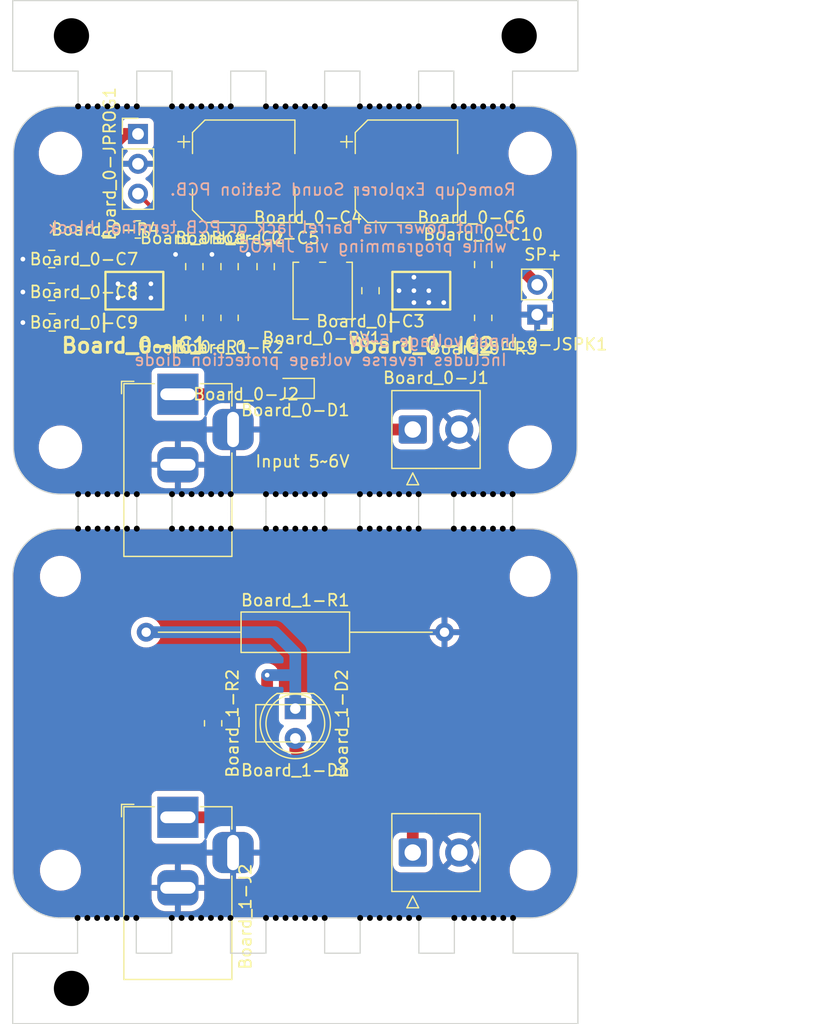
<source format=kicad_pcb>
(kicad_pcb (version 20221018) (generator pcbnew)
  (layers (0 "F.Cu" signal) (31 "B.Cu" signal) (34 "B.Paste" user) (35 "F.Paste" user) (36 "B.SilkS" user "B.Silkscreen") (37 "F.SilkS" user "F.Silkscreen") (38 "B.Mask" user) (39 "F.Mask" user) (44 "Edge.Cuts" user))
  (net 0 "")
  (net 1 "Board_0-/AUDIO_OUT")
  (net 2 "Board_0-/AUDIO_OUT_FILTER")
  (net 3 "Board_0-/DAC_OUT")
  (net 4 "Board_0-/FILTER_OUT")
  (net 5 "Board_0-/PROG")
  (net 6 "Board_0-/PWR")
  (net 7 "Board_0-GND")
  (net 8 "Board_0-Net-(C1-Pad1)")
  (net 9 "Board_0-Net-(C10-Pad1)")
  (net 10 "Board_0-Net-(C5-Pad2)")
  (net 11 "Board_0-Net-(IC2-+INPUT)")
  (net 12 "Board_0-Net-(IC2-GAIN_1)")
  (net 13 "Board_0-Net-(IC2-GAIN_2)")
  (net 14 "Board_0-Net-(JPROG1-Pin_3)")
  (net 15 "Board_0-VCC")
  (net 16 "Board_0-unconnected-(IC1-PA1-Pad4)")
  (net 17 "Board_0-unconnected-(IC1-PA2-Pad5)")
  (net 18 "Board_0-unconnected-(IC1-PA3{slash}EXTCLK-Pad7)")
  (net 19 "Board_0-unconnected-(IC1-PA7-Pad3)")
  (net 20 "Board_0-unconnected-(IC2-BYPASS-Pad7)")
  (net 21 "Board_1-GND")
  (net 22 "Board_1-Net-(D1-K)")
  (net 23 "Board_1-VCC")
  (footprint "NPTH" (layer "F.Cu") (at 164.5 62)
    (fp_text reference "KiKit_MB_10_4" hide)
    (fp_text value "NPTH" hide)
  )
  (footprint "NPTH" (layer "F.Cu") (at 146.833334 62)
    (fp_text reference "KiKit_MB_8_6" hide)
    (fp_text value "NPTH" hide)
  )
  (footprint "NPTH" (layer "F.Cu") (at 166.209333 98.064)
    (fp_text reference "KiKit_MB_20_2" hide)
    (fp_text value "NPTH" hide)
  )
  (footprint "NPTH" (layer "F.Cu") (at 150.166666 62)
    (fp_text reference "KiKit_MB_8_2" hide)
    (fp_text value "NPTH" hide)
  )
  (footprint "NPTH" (layer "F.Cu") (at 146 64.936)
    (fp_text reference "KiKit_MB_13_1" hide)
    (fp_text value "NPTH" hide)
  )
  (footprint "NPTH" (layer "F.Cu") (at 131.666667 64.936)
    (fp_text reference "KiKit_MB_11_3" hide)
    (fp_text value "NPTH" hide)
  )
  (footprint "NPTH" (layer "F.Cu") (at 148.5 62)
    (fp_text reference "KiKit_MB_8_4" hide)
    (fp_text value "NPTH" hide)
  )
  (footprint "Capacitor_SMD:C_0805_2012Metric_Pad1.18x1.45mm_HandSolder" (layer "F.Cu") (at 154.9 44.6875 90)
    (fp_text reference "Board_0-C3")
    (fp_text value "10uF")
  )
  (footprint "NPTH" (layer "F.Cu") (at 142.145334 98.064)
    (fp_text reference "KiKit_MB_17_2" hide)
    (fp_text value "NPTH" hide)
  )
  (footprint "Diode_SMD:D_SOD-323" (layer "F.Cu") (at 148.5 53 180)
    (fp_text reference "Board_0-D1")
    (fp_text value "D_Schottky")
  )
  (footprint "NPTH" (layer "F.Cu") (at 138.812 98.064)
    (fp_text reference "KiKit_MB_17_6" hide)
    (fp_text value "NPTH" hide)
  )
  (footprint "NPTH" (layer "F.Cu") (at 134.124 98.064)
    (fp_text reference "KiKit_MB_16_2" hide)
    (fp_text value "NPTH" hide)
  )
  (footprint "NPTH" (layer "F.Cu") (at 159 64.936)
    (fp_text reference "KiKit_MB_14_7" hide)
    (fp_text value "NPTH" hide)
  )
  (footprint "Capacitor_SMD:CP_Elec_8x10.5" (layer "F.Cu") (at 157.964 34.524)
    (fp_text reference "Board_0-C6")
    (fp_text value "100uF")
  )
  (footprint "NPTH" (layer "F.Cu") (at 147.666667 64.936)
    (fp_text reference "KiKit_MB_13_3" hide)
    (fp_text value "NPTH" hide)
  )
  (footprint "NPTH" (layer "F.Cu") (at 157.333333 64.936)
    (fp_text reference "KiKit_MB_14_5" hide)
    (fp_text value "NPTH" hide)
  )
  (footprint "NPTH" (layer "F.Cu") (at 132.5 62)
    (fp_text reference "KiKit_MB_6_4" hide)
    (fp_text value "NPTH" hide)
  )
  (footprint "NPTH" (layer "F.Cu") (at 132.5 64.936)
    (fp_text reference "KiKit_MB_11_4" hide)
    (fp_text value "NPTH" hide)
  )
  (footprint "NPTH" (layer "F.Cu") (at 131.666667 29)
    (fp_text reference "KiKit_MB_1_3" hide)
    (fp_text value "NPTH" hide)
  )
  (footprint "MountingHole:MountingHole_3.2mm_M3" (layer "F.Cu") (at 128.5 58)
    (fp_text reference "Board_0-H4" hide)
    (fp_text value "MountingHole")
  )
  (footprint "NPTH" (layer "F.Cu") (at 135 64.936)
    (fp_text reference "KiKit_MB_11_7" hide)
    (fp_text value "NPTH" hide)
  )
  (footprint "NPTH" (layer "F.Cu") (at 158.166666 64.936)
    (fp_text reference "KiKit_MB_14_6" hide)
    (fp_text value "NPTH" hide)
  )
  (footprint "NPTH" (layer "F.Cu") (at 167.042666 98.064)
    (fp_text reference "KiKit_MB_20_1" hide)
    (fp_text value "NPTH" hide)
  )
  (footprint "NPTH" (layer "F.Cu") (at 162 62)
    (fp_text reference "KiKit_MB_10_7" hide)
    (fp_text value "NPTH" hide)
  )
  (footprint "NPTH" (layer "F.Cu") (at 133.333334 64.936)
    (fp_text reference "KiKit_MB_11_5" hide)
    (fp_text value "NPTH" hide)
  )
  (footprint "Resistor_SMD:R_0805_2012Metric_Pad1.20x1.40mm_HandSolder" (layer "F.Cu") (at 164.5 47 -90)
    (fp_text reference "Board_0-R3")
    (fp_text value "4.7k")
  )
  (footprint "MountingHole:MountingHole_3.2mm_M3" (layer "F.Cu") (at 128.5 33)
    (fp_text reference "Board_0-H1" hide)
    (fp_text value "MountingHole")
  )
  (footprint "NPTH" (layer "F.Cu") (at 165.375999 98.064)
    (fp_text reference "KiKit_MB_20_3" hide)
    (fp_text value "NPTH" hide)
  )
  (footprint "Resistor_SMD:R_0805_2012Metric_Pad1.20x1.40mm_HandSolder" (layer "F.Cu") (at 139.9 47 90)
    (fp_text reference "Board_0-R1")
    (fp_text value "1.2k")
  )
  (footprint "NPTH" (layer "F.Cu") (at 129.436 104.064)
    (fp_text reference "KiKit_TO_3" hide)
    (fp_text value "NPTH" hide)
  )
  (footprint "NPTH" (layer "F.Cu") (at 165.333333 62)
    (fp_text reference "KiKit_MB_10_3" hide)
    (fp_text value "NPTH" hide)
  )
  (footprint "NPTH" (layer "F.Cu") (at 142.166667 62)
    (fp_text reference "KiKit_MB_7_2" hide)
    (fp_text value "NPTH" hide)
  )
  (footprint "NPTH" (layer "F.Cu") (at 167 64.936)
    (fp_text reference "KiKit_MB_15_7" hide)
    (fp_text value "NPTH" hide)
  )
  (footprint "NPTH" (layer "F.Cu") (at 149.333333 64.936)
    (fp_text reference "KiKit_MB_13_5" hide)
    (fp_text value "NPTH" hide)
  )
  (footprint "Resistor_THT:R_Axial_DIN0309_L9.0mm_D3.2mm_P25.40mm_Horizontal" (layer "F.Cu") (at 135.8 73.75)
    (fp_text reference "Board_1-R1")
    (fp_text value "R")
  )
  (footprint "NPTH" (layer "F.Cu") (at 156.521333 98.064)
    (fp_text reference "KiKit_MB_19_4" hide)
    (fp_text value "NPTH" hide)
  )
  (footprint "NPTH" (layer "F.Cu") (at 166.166666 29)
    (fp_text reference "KiKit_MB_5_6" hide)
    (fp_text value "NPTH" hide)
  )
  (footprint "NPTH" (layer "F.Cu") (at 149.333333 29)
    (fp_text reference "KiKit_MB_3_5" hide)
    (fp_text value "NPTH" hide)
  )
  (footprint "Connector_PinHeader_2.54mm:PinHeader_1x02_P2.54mm_Vertical" (layer "F.Cu") (at 169.1 46.724 180)
    (fp_text reference "Board_0-JSPK1")
    (fp_text value "Connector_PinHeader_2.54mm:PinHeader_1x02_P2.54mm_Vertical")
  )
  (footprint "LED_SMD:LED_2010_5025Metric_Pad1.52x2.65mm_HandSolder" (layer "F.Cu") (at 148.5 81.5)
    (fp_text reference "Board_1-D1")
    (fp_text value "LED")
  )
  (footprint "NPTH" (layer "F.Cu") (at 157.333333 29)
    (fp_text reference "KiKit_MB_4_5" hide)
    (fp_text value "NPTH" hide)
  )
  (footprint "NPTH" (layer "F.Cu") (at 141.333334 62)
    (fp_text reference "KiKit_MB_7_3" hide)
    (fp_text value "NPTH" hide)
  )
  (footprint "NPTH" (layer "F.Cu") (at 151 29)
    (fp_text reference "KiKit_MB_3_7" hide)
    (fp_text value "NPTH" hide)
  )
  (footprint "NPTH" (layer "F.Cu") (at 155.666666 62)
    (fp_text reference "KiKit_MB_9_5" hide)
    (fp_text value "NPTH" hide)
  )
  (footprint "NPTH" (layer "F.Cu") (at 158.166666 62)
    (fp_text reference "KiKit_MB_9_2" hide)
    (fp_text value "NPTH" hide)
  )
  (footprint "Connector_TE-Connectivity:TE_826576-2_1x02_P3.96mm_Vertical" (layer "F.Cu") (at 158.5 92.5)
    (fp_text reference "Board_1-J1" hide)
    (fp_text value "Conn_01x02_Socket")
  )
  (footprint "NPTH" (layer "F.Cu") (at 130.833334 29)
    (fp_text reference "KiKit_MB_1_2" hide)
    (fp_text value "NPTH" hide)
  )
  (footprint "NPTH" (layer "F.Cu") (at 132.457334 98.064)
    (fp_text reference "KiKit_MB_16_4" hide)
    (fp_text value "NPTH" hide)
  )
  (footprint "NPTH" (layer "F.Cu") (at 154.021333 98.064)
    (fp_text reference "KiKit_MB_19_7" hide)
    (fp_text value "NPTH" hide)
  )
  (footprint "NPTH" (layer "F.Cu") (at 139.645334 98.064)
    (fp_text reference "KiKit_MB_17_5" hide)
    (fp_text value "NPTH" hide)
  )
  (footprint "MountingHole:MountingHole_3mm" (layer "F.Cu") (at 128.5 69)
    (fp_text reference "Board_1-H1" hide)
    (fp_text value "MountingHole")
  )
  (footprint "NPTH" (layer "F.Cu") (at 146.833334 29)
    (fp_text reference "KiKit_MB_3_2" hide)
    (fp_text value "NPTH" hide)
  )
  (footprint "NPTH" (layer "F.Cu") (at 162.833333 62)
    (fp_text reference "KiKit_MB_10_6" hide)
    (fp_text value "NPTH" hide)
  )
  (footprint "NPTH" (layer "F.Cu") (at 138 29)
    (fp_text reference "KiKit_MB_2_1" hide)
    (fp_text value "NPTH" hide)
  )
  (footprint "NPTH" (layer "F.Cu") (at 164.5 29)
    (fp_text reference "KiKit_MB_5_4" hide)
    (fp_text value "NPTH" hide)
  )
  (footprint "NPTH" (layer "F.Cu") (at 146.833334 64.936)
    (fp_text reference "KiKit_MB_13_2" hide)
    (fp_text value "NPTH" hide)
  )
  (footprint "NPTH" (layer "F.Cu") (at 143 64.936)
    (fp_text reference "KiKit_MB_12_7" hide)
    (fp_text value "NPTH" hide)
  )
  (footprint "Capacitor_SMD:C_0805_2012Metric_Pad1.18x1.45mm_HandSolder" (layer "F.Cu") (at 142.9 42.6375 90)
    (fp_text reference "Board_0-C2")
    (fp_text value "33pF")
  )
  (footprint "NPTH" (layer "F.Cu") (at 159.021333 98.064)
    (fp_text reference "KiKit_MB_19_1" hide)
    (fp_text value "NPTH" hide)
  )
  (footprint "NPTH" (layer "F.Cu") (at 133.333334 62)
    (fp_text reference "KiKit_MB_6_3" hide)
    (fp_text value "NPTH" hide)
  )
  (footprint "NPTH" (layer "F.Cu") (at 159 62)
    (fp_text reference "KiKit_MB_9_1" hide)
    (fp_text value "NPTH" hide)
  )
  (footprint "NPTH" (layer "F.Cu") (at 147.666667 62)
    (fp_text reference "KiKit_MB_8_5" hide)
    (fp_text value "NPTH" hide)
  )
  (footprint "NPTH" (layer "F.Cu") (at 167 29)
    (fp_text reference "KiKit_MB_5_7" hide)
    (fp_text value "NPTH" hide)
  )
  (footprint "MountingHole:MountingHole_3mm" (layer "F.Cu") (at 168.5 69)
    (fp_text reference "Board_1-H2" hide)
    (fp_text value "MountingHole")
  )
  (footprint "Resistor_SMD:R_0805_2012Metric_Pad1.20x1.40mm_HandSolder" (layer "F.Cu") (at 135.088 39.477)
    (fp_text reference "Board_0-R4")
    (fp_text value "470")
  )
  (footprint "NPTH" (layer "F.Cu") (at 133.333334 29)
    (fp_text reference "KiKit_MB_1_5" hide)
    (fp_text value "NPTH" hide)
  )
  (footprint "NPTH" (layer "F.Cu") (at 135 29)
    (fp_text reference "KiKit_MB_1_7" hide)
    (fp_text value "NPTH" hide)
  )
  (footprint "Connector_PinHeader_2.54mm:PinHeader_1x03_P2.54mm_Vertical" (layer "F.Cu") (at 135.104 31.349)
    (fp_text reference "Board_0-JPROG1")
    (fp_text value "Conn_01x03_Pin")
  )
  (footprint "NPTH" (layer "F.Cu") (at 148.5 98.064)
    (fp_text reference "KiKit_MB_18_4" hide)
    (fp_text value "NPTH" hide)
  )
  (footprint "NPTH" (layer "F.Cu") (at 146.833334 98.064)
    (fp_text reference "KiKit_MB_18_6" hide)
    (fp_text value "NPTH" hide)
  )
  (footprint "Capacitor_SMD:C_0805_2012Metric_Pad1.18x1.45mm_HandSolder" (layer "F.Cu") (at 164.5 42.4625 90)
    (fp_text reference "Board_0-C10")
    (fp_text value "100nF")
  )
  (footprint "NPTH" (layer "F.Cu") (at 155.666666 64.936)
    (fp_text reference "KiKit_MB_14_3" hide)
    (fp_text value "NPTH" hide)
  )
  (footprint "NPTH" (layer "F.Cu") (at 151 64.936)
    (fp_text reference "KiKit_MB_13_7" hide)
    (fp_text value "NPTH" hide)
  )
  (footprint "Resistor_SMD:R_0805_2012Metric_Pad1.20x1.40mm_HandSolder" (layer "F.Cu") (at 142.9 47 90)
    (fp_text reference "Board_0-R2")
    (fp_text value "1.2k")
  )
  (footprint "Capacitor_SMD:C_0805_2012Metric_Pad1.18x1.45mm_HandSolder" (layer "F.Cu") (at 127.7575 44.788 180)
    (fp_text reference "Board_0-C8")
    (fp_text value "1uF")
  )
  (footprint "NPTH" (layer "F.Cu") (at 162 64.936)
    (fp_text reference "KiKit_MB_15_1" hide)
    (fp_text value "NPTH" hide)
  )
  (footprint "NPTH" (layer "F.Cu") (at 162.833333 29)
    (fp_text reference "KiKit_MB_5_2" hide)
    (fp_text value "NPTH" hide)
  )
  (footprint "NPTH" (layer "F.Cu") (at 134.166667 64.936)
    (fp_text reference "KiKit_MB_11_6" hide)
    (fp_text value "NPTH" hide)
  )
  (footprint "NPTH" (layer "F.Cu") (at 167 62)
    (fp_text reference "KiKit_MB_10_1" hide)
    (fp_text value "NPTH" hide)
  )
  (footprint "NPTH" (layer "F.Cu") (at 150.166666 98.064)
    (fp_text reference "KiKit_MB_18_2" hide)
    (fp_text value "NPTH" hide)
  )
  (footprint "NPTH" (layer "F.Cu") (at 140.478667 98.064)
    (fp_text reference "KiKit_MB_17_4" hide)
    (fp_text value "NPTH" hide)
  )
  (footprint "NPTH" (layer "F.Cu") (at 133.290667 98.064)
    (fp_text reference "KiKit_MB_16_3" hide)
    (fp_text value "NPTH" hide)
  )
  (footprint "NPTH" (layer "F.Cu") (at 143 62)
    (fp_text reference "KiKit_MB_7_1" hide)
    (fp_text value "NPTH" hide)
  )
  (footprint "NPTH" (layer "F.Cu") (at 157.354666 98.064)
    (fp_text reference "KiKit_MB_19_3" hide)
    (fp_text value "NPTH" hide)
  )
  (footprint "NPTH" (layer "F.Cu") (at 142.978667 98.064)
    (fp_text reference "KiKit_MB_17_1" hide)
    (fp_text value "NPTH" hide)
  )
  (footprint "NPTH" (layer "F.Cu") (at 148.5 29)
    (fp_text reference "KiKit_MB_3_4" hide)
    (fp_text value "NPTH" hide)
  )
  (footprint "NPTH" (layer "F.Cu") (at 138.833334 29)
    (fp_text reference "KiKit_MB_2_2" hide)
    (fp_text value "NPTH" hide)
  )
  (footprint "NPTH" (layer "F.Cu") (at 140.5 64.936)
    (fp_text reference "KiKit_MB_12_4" hide)
    (fp_text value "NPTH" hide)
  )
  (footprint "NPTH" (layer "F.Cu") (at 150.166666 64.936)
    (fp_text reference "KiKit_MB_13_6" hide)
    (fp_text value "NPTH" hide)
  )
  (footprint "NPTH" (layer "F.Cu") (at 164.5 64.936)
    (fp_text reference "KiKit_MB_15_4" hide)
    (fp_text value "NPTH" hide)
  )
  (footprint "NPTH" (layer "F.Cu") (at 159 29)
    (fp_text reference "KiKit_MB_4_7" hide)
    (fp_text value "NPTH" hide)
  )
  (footprint "NPTH" (layer "F.Cu") (at 155.687999 98.064)
    (fp_text reference "KiKit_MB_19_5" hide)
    (fp_text value "NPTH" hide)
  )
  (footprint "NPTH" (layer "F.Cu") (at 138.833334 62)
    (fp_text reference "KiKit_MB_7_6" hide)
    (fp_text value "NPTH" hide)
  )
  (footprint "NPTH" (layer "F.Cu") (at 130 64.936)
    (fp_text reference "KiKit_MB_11_1" hide)
    (fp_text value "NPTH" hide)
  )
  (footprint "NPTH" (layer "F.Cu") (at 158.166666 29)
    (fp_text reference "KiKit_MB_4_6" hide)
    (fp_text value "NPTH" hide)
  )
  (footprint "NPTH" (layer "F.Cu") (at 150.166666 29)
    (fp_text reference "KiKit_MB_3_6" hide)
    (fp_text value "NPTH" hide)
  )
  (footprint "NPTH" (layer "F.Cu") (at 141.333334 64.936)
    (fp_text reference "KiKit_MB_12_5" hide)
    (fp_text value "NPTH" hide)
  )
  (footprint "ATTINY412-SSF:SOIC127P600X175-8N" (layer "F.Cu") (at 134.795 44.688 90)
    (fp_text reference "Board_0-IC1")
    (fp_text value "ATTINY412-SSF" hide)
  )
  (footprint "Capacitor_SMD:C_0805_2012Metric_Pad1.18x1.45mm_HandSolder" (layer "F.Cu") (at 127.795 47.388 180)
    (fp_text reference "Board_0-C9")
    (fp_text value "10uF")
  )
  (footprint "MountingHole:MountingHole_3mm" (layer "F.Cu") (at 128.5 94)
    (fp_text reference "Board_1-H3" hide)
    (fp_text value "MountingHole")
  )
  (footprint "NPTH" (layer "F.Cu") (at 139.666667 29)
    (fp_text reference "KiKit_MB_2_3" hide)
    (fp_text value "NPTH" hide)
  )
  (footprint "NPTH" (layer "F.Cu") (at 154 64.936)
    (fp_text reference "KiKit_MB_14_1" hide)
    (fp_text value "NPTH" hide)
  )
  (footprint "NPTH" (layer "F.Cu") (at 140.5 29)
    (fp_text reference "KiKit_MB_2_4" hide)
    (fp_text value "NPTH" hide)
  )
  (footprint "NPTH" (layer "F.Cu") (at 142.166667 64.936)
    (fp_text reference "KiKit_MB_12_6" hide)
    (fp_text value "NPTH" hide)
  )
  (footprint "Capacitor_SMD:C_0805_2012Metric_Pad1.18x1.45mm_HandSolder" (layer "F.Cu") (at 127.7575 41.988 180)
    (fp_text reference "Board_0-C7")
    (fp_text value "100nF")
  )
  (footprint "NPTH" (layer "F.Cu") (at 146 98.064)
    (fp_text reference "KiKit_MB_18_7" hide)
    (fp_text value "NPTH" hide)
  )
  (footprint "Connector_BarrelJack:BarrelJack_Horizontal" (layer "F.Cu") (at 138.5 53.5 90)
    (fp_text reference "Board_0-J2")
    (fp_text value "Conn_01x03_Socket")
  )
  (footprint "NPTH" (layer "F.Cu") (at 162.042666 98.064)
    (fp_text reference "KiKit_MB_20_7" hide)
    (fp_text value "NPTH" hide)
  )
  (footprint "MountingHole:MountingHole_3mm" (layer "F.Cu") (at 168.5 94)
    (fp_text reference "Board_1-H4" hide)
    (fp_text value "MountingHole")
  )
  (footprint "NPTH" (layer "F.Cu") (at 163.666666 62)
    (fp_text reference "KiKit_MB_10_5" hide)
    (fp_text value "NPTH" hide)
  )
  (footprint "NPTH" (layer "F.Cu") (at 130.833334 62)
    (fp_text reference "KiKit_MB_6_6" hide)
    (fp_text value "NPTH" hide)
  )
  (footprint "NPTH" (layer "F.Cu") (at 139.666667 62)
    (fp_text reference "KiKit_MB_7_5" hide)
    (fp_text value "NPTH" hide)
  )
  (footprint "Resistor_SMD:R_0805_2012Metric_Pad1.20x1.40mm_HandSolder" (layer "F.Cu") (at 141.5 81.5 -90)
    (fp_text reference "Board_1-R2")
    (fp_text value "R")
  )
  (footprint "NPTH" (layer "F.Cu") (at 166.166666 64.936)
    (fp_text reference "KiKit_MB_15_6" hide)
    (fp_text value "NPTH" hide)
  )
  (footprint "NPTH" (layer "F.Cu") (at 138 62)
    (fp_text reference "KiKit_MB_7_7" hide)
    (fp_text value "NPTH" hide)
  )
  (footprint "NPTH" (layer "F.Cu") (at 135 62)
    (fp_text reference "KiKit_MB_6_1" hide)
    (fp_text value "NPTH" hide)
  )
  (footprint "NPTH" (layer "F.Cu") (at 134.957334 98.064)
    (fp_text reference "KiKit_MB_16_1" hide)
    (fp_text value "NPTH" hide)
  )
  (footprint "NPTH" (layer "F.Cu") (at 164.542666 98.064)
    (fp_text reference "KiKit_MB_20_4" hide)
    (fp_text value "NPTH" hide)
  )
  (footprint "NPTH" (layer "F.Cu") (at 162 29)
    (fp_text reference "KiKit_MB_5_1" hide)
    (fp_text value "NPTH" hide)
  )
  (footprint "NPTH" (layer "F.Cu") (at 129.957334 98.064)
    (fp_text reference "KiKit_MB_16_7" hide)
    (fp_text value "NPTH" hide)
  )
  (footprint "NPTH" (layer "F.Cu") (at 165.333333 29)
    (fp_text reference "KiKit_MB_5_5" hide)
    (fp_text value "NPTH" hide)
  )
  (footprint "NPTH" (layer "F.Cu") (at 146 29)
    (fp_text reference "KiKit_MB_3_1" hide)
    (fp_text value "NPTH" hide)
  )
  (footprint "MountingHole:MountingHole_3.2mm_M3" (layer "F.Cu") (at 168.5 33)
    (fp_text reference "Board_0-H2" hide)
    (fp_text value "MountingHole")
  )
  (footprint "Capacitor_SMD:C_0805_2012Metric_Pad1.18x1.45mm_HandSolder" (layer "F.Cu") (at 145.975 42.6375 90)
    (fp_text reference "Board_0-C5")
    (fp_text value "100nF")
  )
  (footprint "NPTH" (layer "F.Cu") (at 162.833333 64.936)
    (fp_text reference "KiKit_MB_15_2" hide)
    (fp_text value "NPTH" hide)
  )
  (footprint "NPTH" (layer "F.Cu") (at 154.833333 62)
    (fp_text reference "KiKit_MB_9_6" hide)
    (fp_text value "NPTH" hide)
  )
  (footprint "NPTH" (layer "F.Cu") (at 158.187999 98.064)
    (fp_text reference "KiKit_MB_19_2" hide)
    (fp_text value "NPTH" hide)
  )
  (footprint "NPTH" (layer "F.Cu") (at 165.333333 64.936)
    (fp_text reference "KiKit_MB_15_5" hide)
    (fp_text value "NPTH" hide)
  )
  (footprint "NPTH" (layer "F.Cu") (at 130 29)
    (fp_text reference "KiKit_MB_1_1" hide)
    (fp_text value "NPTH" hide)
  )
  (footprint "NPTH" (layer "F.Cu") (at 156.5 62)
    (fp_text reference "KiKit_MB_9_4" hide)
    (fp_text value "NPTH" hide)
  )
  (footprint "NPTH" (layer "F.Cu") (at 132.5 29)
    (fp_text reference "KiKit_MB_1_4" hide)
    (fp_text value "NPTH" hide)
  )
  (footprint "NPTH" (layer "F.Cu") (at 167.564 23)
    (fp_text reference "KiKit_TO_2" hide)
    (fp_text value "NPTH" hide)
  )
  (footprint "LED_THT:LED_D5.0mm" (layer "F.Cu") (at 148.5 80.25 -90)
    (fp_text reference "Board_1-D2")
    (fp_text value "LED")
  )
  (footprint "NPTH" (layer "F.Cu") (at 140.5 62)
    (fp_text reference "KiKit_MB_7_4" hide)
    (fp_text value "NPTH" hide)
  )
  (footprint "ATTINY412-SSF:SOIC127P600X175-8N" (layer "F.Cu") (at 159.229 44.688 90)
    (fp_text reference "Board_0-IC2")
    (fp_text value "LM386M-1_NOPB" hide)
  )
  (footprint "Capacitor_SMD:CP_Elec_8x10.5" (layer "F.Cu") (at 144.104 34.524)
    (fp_text reference "Board_0-C4")
    (fp_text value "1000uF")
  )
  (footprint "NPTH" (layer "F.Cu") (at 138.833334 64.936)
    (fp_text reference "KiKit_MB_12_2" hide)
    (fp_text value "NPTH" hide)
  )
  (footprint "NPTH" (layer "F.Cu") (at 131.666667 62)
    (fp_text reference "KiKit_MB_6_5" hide)
    (fp_text value "NPTH" hide)
  )
  (footprint "NPTH" (layer "F.Cu") (at 163.666666 29)
    (fp_text reference "KiKit_MB_5_3" hide)
    (fp_text value "NPTH" hide)
  )
  (footprint "NPTH" (layer "F.Cu") (at 156.5 29)
    (fp_text reference "KiKit_MB_4_4" hide)
    (fp_text value "NPTH" hide)
  )
  (footprint "NPTH" (layer "F.Cu") (at 142.166667 29)
    (fp_text reference "KiKit_MB_2_6" hide)
    (fp_text value "NPTH" hide)
  )
  (footprint "Capacitor_SMD:C_0805_2012Metric_Pad1.18x1.45mm_HandSolder" (layer "F.Cu") (at 139.9 42.6375 90)
    (fp_text reference "Board_0-C1")
    (fp_text value "33pF")
  )
  (footprint "NPTH" (layer "F.Cu") (at 134.166667 62)
    (fp_text reference "KiKit_MB_6_2" hide)
    (fp_text value "NPTH" hide)
  )
  (footprint "Connector_BarrelJack:BarrelJack_Horizontal" (layer "F.Cu") (at 138.5 89.5 90)
    (fp_text reference "Board_1-J2")
    (fp_text value "Conn_01x03_Socket")
  )
  (footprint "NPTH" (layer "F.Cu") (at 134.166667 29)
    (fp_text reference "KiKit_MB_1_6" hide)
    (fp_text value "NPTH" hide)
  )
  (footprint "NPTH" (layer "F.Cu") (at 154 62)
    (fp_text reference "KiKit_MB_9_7" hide)
    (fp_text value "NPTH" hide)
  )
  (footprint "NPTH" (layer "F.Cu") (at 162.875999 98.064)
    (fp_text reference "KiKit_MB_20_6" hide)
    (fp_text value "NPTH" hide)
  )
  (footprint "NPTH" (layer "F.Cu") (at 166.166666 62)
    (fp_text reference "KiKit_MB_10_2" hide)
    (fp_text value "NPTH" hide)
  )
  (footprint "NPTH" (layer "F.Cu") (at 156.5 64.936)
    (fp_text reference "KiKit_MB_14_4" hide)
    (fp_text value "NPTH" hide)
  )
  (footprint "NPTH" (layer "F.Cu") (at 154 29)
    (fp_text reference "KiKit_MB_4_1" hide)
    (fp_text value "NPTH" hide)
  )
  (footprint "NPTH" (layer "F.Cu") (at 163.709333 98.064)
    (fp_text reference "KiKit_MB_20_5" hide)
    (fp_text value "NPTH" hide)
  )
  (footprint "NPTH" (layer "F.Cu") (at 130 62)
    (fp_text reference "KiKit_MB_6_7" hide)
    (fp_text value "NPTH" hide)
  )
  (footprint "MountingHole:MountingHole_3.2mm_M3" (layer "F.Cu") (at 168.5 58)
    (fp_text reference "Board_0-H3" hide)
    (fp_text value "MountingHole")
  )
  (footprint "NPTH" (layer "F.Cu") (at 138 64.936)
    (fp_text reference "KiKit_MB_12_1" hide)
    (fp_text value "NPTH" hide)
  )
  (footprint "NPTH" (layer "F.Cu") (at 147.666667 29)
    (fp_text reference "KiKit_MB_3_3" hide)
    (fp_text value "NPTH" hide)
  )
  (footprint "NPTH" (layer "F.Cu") (at 149.333333 98.064)
    (fp_text reference "KiKit_MB_18_3" hide)
    (fp_text value "NPTH" hide)
  )
  (footprint "NPTH" (layer "F.Cu") (at 151 62)
    (fp_text reference "KiKit_MB_8_1" hide)
    (fp_text value "NPTH" hide)
  )
  (footprint "NPTH" (layer "F.Cu") (at 154.854666 98.064)
    (fp_text reference "KiKit_MB_19_6" hide)
    (fp_text value "NPTH" hide)
  )
  (footprint "NPTH" (layer "F.Cu") (at 149.333333 62)
    (fp_text reference "KiKit_MB_8_3" hide)
    (fp_text value "NPTH" hide)
  )
  (footprint "NPTH" (layer "F.Cu") (at 141.333334 29)
    (fp_text reference "KiKit_MB_2_5" hide)
    (fp_text value "NPTH" hide)
  )
  (footprint "NPTH" (layer "F.Cu") (at 154.833333 29)
    (fp_text reference "KiKit_MB_4_2" hide)
    (fp_text value "NPTH" hide)
  )
  (footprint "NPTH" (layer "F.Cu") (at 137.978667 98.064)
    (fp_text reference "KiKit_MB_17_7" hide)
    (fp_text value "NPTH" hide)
  )
  (footprint "NPTH" (layer "F.Cu") (at 157.333333 62)
    (fp_text reference "KiKit_MB_9_3" hide)
    (fp_text value "NPTH" hide)
  )
  (footprint "NPTH" (layer "F.Cu") (at 143 29)
    (fp_text reference "KiKit_MB_2_7" hide)
    (fp_text value "NPTH" hide)
  )
  (footprint "NPTH" (layer "F.Cu") (at 131.624 98.064)
    (fp_text reference "KiKit_MB_16_5" hide)
    (fp_text value "NPTH" hide)
  )
  (footprint "Connector_TE-Connectivity:TE_826576-2_1x02_P3.96mm_Vertical" (layer "F.Cu") (at 158.5 56.5)
    (fp_text reference "Board_0-J1")
    (fp_text value "Conn_01x02_Socket")
  )
  (footprint "NPTH" (layer "F.Cu") (at 163.666666 64.936)
    (fp_text reference "KiKit_MB_15_3" hide)
    (fp_text value "NPTH" hide)
  )
  (footprint "NPTH" (layer "F.Cu") (at 139.666667 64.936)
    (fp_text reference "KiKit_MB_12_3" hide)
    (fp_text value "NPTH" hide)
  )
  (footprint "NPTH" (layer "F.Cu") (at 147.666667 98.064)
    (fp_text reference "KiKit_MB_18_5" hide)
    (fp_text value "NPTH" hide)
  )
  (footprint "NPTH" (layer "F.Cu") (at 151 98.064)
    (fp_text reference "KiKit_MB_18_1" hide)
    (fp_text value "NPTH" hide)
  )
  (footprint "NPTH" (layer "F.Cu") (at 141.312 98.064)
    (fp_text reference "KiKit_MB_17_3" hide)
    (fp_text value "NPTH" hide)
  )
  (footprint "NPTH" (layer "F.Cu") (at 130.790667 98.064)
    (fp_text reference "KiKit_MB_16_6" hide)
    (fp_text value "NPTH" hide)
  )
  (footprint "Potentiometer_SMD:Potentiometer_Bourns_3214J_Horizontal" (layer "F.Cu") (at 150.829 44.688 90)
    (fp_text reference "Board_0-RV1")
    (fp_text value "B100k")
  )
  (footprint "NPTH" (layer "F.Cu") (at 146 62)
    (fp_text reference "KiKit_MB_8_7" hide)
    (fp_text value "NPTH" hide)
  )
  (footprint "NPTH" (layer "F.Cu") (at 148.5 64.936)
    (fp_text reference "KiKit_MB_13_4" hide)
    (fp_text value "NPTH" hide)
  )
  (footprint "NPTH" (layer "F.Cu") (at 129.436 23)
    (fp_text reference "KiKit_TO_1" hide)
    (fp_text value "NPTH" hide)
  )
  (footprint "NPTH" (layer "F.Cu") (at 155.666666 29)
    (fp_text reference "KiKit_MB_4_3" hide)
    (fp_text value "NPTH" hide)
  )
  (footprint "NPTH" (layer "F.Cu") (at 154.833333 64.936)
    (fp_text reference "KiKit_MB_14_2" hide)
    (fp_text value "NPTH" hide)
  )
  (footprint "NPTH" (layer "F.Cu") (at 130.833334 64.936)
    (fp_text reference "KiKit_MB_11_2" hide)
    (fp_text value "NPTH" hide)
  )
  (gr_line (start 159 63.468) (end 159 62) (stroke (width 0.1)) (layer "Edge.Cuts"))
  (gr_line (start 172.234644 95.602662) (end 172.311024 95.411448) (stroke (width 0.1)) (layer "Edge.Cuts"))
  (gr_line (start 128.297403 61.994866) (end 128.5 62) (stroke (width 0.1)) (layer "Edge.Cuts"))
  (gr_line (start 151 63.468) (end 151 62) (stroke (width 0.1)) (layer "Edge.Cuts"))
  (gr_line (start 124.851322 67.210238) (end 124.765355 67.397337) (stroke (width 0.1)) (layer "Edge.Cuts"))
  (gr_line (start 171.894577 60.115856) (end 171.997386 59.941207) (stroke (width 0.1)) (layer "Edge.Cuts"))
  (gr_line (start 172.251008 31.610778) (end 172.175831 31.422576) (stroke (width 0.1)) (layer "Edge.Cuts"))
  (gr_line (start 170.948423 29.836897) (end 170.785072 29.716946) (stroke (width 0.1)) (layer "Edge.Cuts"))
  (gr_line (start 171.255867 30.100828) (end 171.105489 29.964967) (stroke (width 0.1)) (layer "Edge.Cuts"))
  (gr_line (start 130 29) (end 128.5 29) (stroke (width 0.1)) (layer "Edge.Cuts"))
  (gr_line (start 125.336897 30.551576) (end 125.216946 30.714927) (stroke (width 0.1)) (layer "Edge.Cuts"))
  (gr_line (start 146 29) (end 143 29) (stroke (width 0.1)) (layer "Edge.Cuts"))
  (gr_line (start 172.418119 58.805194) (end 172.453873 58.605711) (stroke (width 0.1)) (layer "Edge.Cuts"))
  (gr_line (start 125.464967 60.605489) (end 125.600828 60.755867) (stroke (width 0.1)) (layer "Edge.Cuts"))
  (gr_line (start 172.091218 59.761576) (end 172.175831 59.577423) (stroke (width 0.1)) (layer "Edge.Cuts"))
  (gr_line (start 159 26) (end 162 26) (stroke (width 0.1)) (layer "Edge.Cuts"))
  (gr_line (start 128.5 29) (end 128.297403 29.005133) (stroke (width 0.1)) (layer "Edge.Cuts"))
  (gr_line (start 127.894288 29.046126) (end 127.694805 29.08188) (stroke (width 0.1)) (layer "Edge.Cuts"))
  (gr_line (start 169.115402 98.017135) (end 169.318077 97.980809) (stroke (width 0.1)) (layer "Edge.Cuts"))
  (gr_line (start 172.377621 67.783388) (end 172.311024 67.588551) (stroke (width 0.1)) (layer "Edge.Cuts"))
  (gr_line (start 126.35029 65.551109) (end 126.178365 65.664417) (stroke (width 0.1)) (layer "Edge.Cuts"))
  (gr_line (start 162 64.936) (end 162 64.936) (stroke (width 0.1)) (layer "Edge.Cuts"))
  (gr_line (start 127.681922 97.980809) (end 127.884597 98.017135) (stroke (width 0.1)) (layer "Edge.Cuts"))
  (gr_line (start 124.58188 32.194805) (end 124.546126 32.394288) (stroke (width 0.1)) (layer "Edge.Cuts"))
  (gr_line (start 170.289761 97.648677) (end 170.472267 97.553344) (stroke (width 0.1)) (layer "Edge.Cuts"))
  (gr_line (start 138 62) (end 138 63.468) (stroke (width 0.1)) (layer "Edge.Cuts"))
  (gr_line (start 126.178365 65.664417) (end 126.012401 65.786287) (stroke (width 0.1)) (layer "Edge.Cuts"))
  (gr_line (start 169.716611 65.122378) (end 169.518651 65.065734) (stroke (width 0.1)) (layer "Edge.Cuts"))
  (gr_line (start 124.683442 31.802547) (end 124.627691 31.997389) (stroke (width 0.1)) (layer "Edge.Cuts"))
  (gr_line (start 169.318077 65.01919) (end 169.115402 64.982864) (stroke (width 0.1)) (layer "Edge.Cuts"))
  (gr_line (start 127.481348 65.065734) (end 127.283388 65.122378) (stroke (width 0.1)) (layer "Edge.Cuts"))
  (gr_line (start 171.713712 66.512401) (end 171.583593 66.352822) (stroke (width 0.1)) (layer "Edge.Cuts"))
  (gr_line (start 126.527732 97.553344) (end 126.710238 97.648677) (stroke (width 0.1)) (layer "Edge.Cuts"))
  (gr_line (start 124.765355 67.397337) (end 124.688975 67.588551) (stroke (width 0.1)) (layer "Edge.Cuts"))
  (gr_line (start 170.785072 29.716946) (end 170.615856 29.605422) (stroke (width 0.1)) (layer "Edge.Cuts"))
  (gr_line (start 127.088551 65.188975) (end 126.897337 65.265355) (stroke (width 0.1)) (layer "Edge.Cuts"))
  (gr_line (start 171.147177 97.083593) (end 171.299961 96.945557) (stroke (width 0.1)) (layer "Edge.Cuts"))
  (gr_line (start 124.565734 95.018651) (end 124.622378 95.216611) (stroke (width 0.1)) (layer "Edge.Cuts"))
  (gr_line (start 151 101.064) (end 151 98.064) (stroke (width 0.1)) (layer "Edge.Cuts"))
  (gr_line (start 124.456851 68.588851) (end 124.441216 68.794161) (stroke (width 0.1)) (layer "Edge.Cuts"))
  (gr_line (start 170.077423 61.675831) (end 170.261576 61.591218) (stroke (width 0.1)) (layer "Edge.Cuts"))
  (gr_line (start 169.50261 61.872308) (end 169.697452 61.816557) (stroke (width 0.1)) (layer "Edge.Cuts"))
  (gr_line (start 124.748991 59.389221) (end 124.824168 59.577423) (stroke (width 0.1)) (layer "Edge.Cuts"))
  (gr_line (start 124.51919 94.818077) (end 124.565734 95.018651) (stroke (width 0.1)) (layer "Edge.Cuts"))
  (gr_line (start 154.021333 98.064) (end 154.021333 101.064) (stroke (width 0.1)) (layer "Edge.Cuts"))
  (gr_line (start 167.042666 101.064) (end 167.042666 98.064) (stroke (width 0.1)) (layer "Edge.Cuts"))
  (gr_line (start 171.255867 60.899171) (end 171.399171 60.755867) (stroke (width 0.1)) (layer "Edge.Cuts"))
  (gr_line (start 126.384143 61.394577) (end 126.558792 61.497386) (stroke (width 0.1)) (layer "Edge.Cuts"))
  (gr_line (start 172.434265 95.018651) (end 172.480809 94.818077) (stroke (width 0.1)) (layer "Edge.Cuts"))
  (gr_line (start 172.517135 68.384597) (end 172.480809 68.181922) (stroke (width 0.1)) (layer "Edge.Cuts"))
  (gr_line (start 170.472267 65.446655) (end 170.289761 65.351322) (stroke (width 0.1)) (layer "Edge.Cuts"))
  (gr_line (start 171.835582 66.678365) (end 171.713712 66.512401) (stroke (width 0.1)) (layer "Edge.Cuts"))
  (gr_line (start 167 62) (end 168.5 62) (stroke (width 0.1)) (layer "Edge.Cuts"))
  (gr_line (start 171.894577 30.884143) (end 171.783053 30.714927) (stroke (width 0.1)) (layer "Edge.Cuts"))
  (gr_line (start 154 26) (end 154 26) (stroke (width 0.1)) (layer "Edge.Cuts"))
  (gr_line (start 125.89451 61.035032) (end 126.051576 61.163102) (stroke (width 0.1)) (layer "Edge.Cuts"))
  (gr_line (start 124.627691 59.00261) (end 124.683442 59.197452) (stroke (width 0.1)) (layer "Edge.Cuts"))
  (gr_line (start 135 64.936) (end 135 63.468) (stroke (width 0.1)) (layer "Edge.Cuts"))
  (gr_line (start 127.894288 61.953873) (end 128.095326 61.979477) (stroke (width 0.1)) (layer "Edge.Cuts"))
  (gr_line (start 127.302547 29.183442) (end 127.110778 29.248991) (stroke (width 0.1)) (layer "Edge.Cuts"))
  (gr_line (start 126.527732 65.446655) (end 126.35029 65.551109) (stroke (width 0.1)) (layer "Edge.Cuts"))
  (gr_line (start 172.564 101.064) (end 167.042666 101.064) (stroke (width 0.1)) (layer "Edge.Cuts"))
  (gr_line (start 170.261576 29.408781) (end 170.077423 29.324168) (stroke (width 0.1)) (layer "Edge.Cuts"))
  (gr_line (start 130 64.936) (end 128.5 64.936) (stroke (width 0.1)) (layer "Edge.Cuts"))
  (gr_line (start 126.897337 97.734644) (end 127.088551 97.811024) (stroke (width 0.1)) (layer "Edge.Cuts"))
  (gr_line (start 138 64.936) (end 135 64.936) (stroke (width 0.1)) (layer "Edge.Cuts"))
  (gr_line (start 125.554442 66.200038) (end 125.416406 66.352822) (stroke (width 0.1)) (layer "Edge.Cuts"))
  (gr_line (start 168.705838 64.941216) (end 168.5 64.936) (stroke (width 0.1)) (layer "Edge.Cuts"))
  (gr_line (start 125.216946 60.285072) (end 125.336897 60.448423) (stroke (width 0.1)) (layer "Edge.Cuts"))
  (gr_line (start 126.012401 97.213712) (end 126.178365 97.335582) (stroke (width 0.1)) (layer "Edge.Cuts"))
  (gr_line (start 124.436 69) (end 124.436 94) (stroke (width 0.1)) (layer "Edge.Cuts"))
  (gr_line (start 169.318077 97.980809) (end 169.518651 97.934265) (stroke (width 0.1)) (layer "Edge.Cuts"))
  (gr_line (start 169.115402 64.982864) (end 168.911148 64.956851) (stroke (width 0.1)) (layer "Edge.Cuts"))
  (gr_line (start 172.453873 32.394288) (end 172.418119 32.194805) (stroke (width 0.1)) (layer "Edge.Cuts"))
  (gr_line (start 127.302547 61.816557) (end 127.497389 61.872308) (stroke (width 0.1)) (layer "Edge.Cuts"))
  (gr_line (start 172.148677 67.210238) (end 172.053344 67.027732) (stroke (width 0.1)) (layer "Edge.Cuts"))
  (gr_line (start 124.683442 59.197452) (end 124.748991 59.389221) (stroke (width 0.1)) (layer "Edge.Cuts"))
  (gr_line (start 170.441207 61.497386) (end 170.615856 61.394577) (stroke (width 0.1)) (layer "Edge.Cuts"))
  (gr_line (start 127.283388 97.877621) (end 127.481348 97.934265) (stroke (width 0.1)) (layer "Edge.Cuts"))
  (gr_line (start 169.305194 61.918119) (end 169.50261 61.872308) (stroke (width 0.1)) (layer "Edge.Cuts"))
  (gr_line (start 125.852822 97.083593) (end 126.012401 97.213712) (stroke (width 0.1)) (layer "Edge.Cuts"))
  (gr_line (start 124.688975 67.588551) (end 124.622378 67.783388) (stroke (width 0.1)) (layer "Edge.Cuts"))
  (gr_line (start 169.518651 65.065734) (end 169.318077 65.01919) (stroke (width 0.1)) (layer "Edge.Cuts"))
  (gr_line (start 126.051576 61.163102) (end 126.214927 61.283053) (stroke (width 0.1)) (layer "Edge.Cuts"))
  (gr_line (start 172.372308 31.997389) (end 172.316557 31.802547) (stroke (width 0.1)) (layer "Edge.Cuts"))
  (gr_line (start 171.835582 96.321634) (end 171.94889 96.149709) (stroke (width 0.1)) (layer "Edge.Cuts"))
  (gr_line (start 159 64.936) (end 159 63.468) (stroke (width 0.1)) (layer "Edge.Cuts"))
  (gr_line (start 124.520522 58.404673) (end 124.546126 58.605711) (stroke (width 0.1)) (layer "Edge.Cuts"))
  (gr_line (start 124.627691 31.997389) (end 124.58188 32.194805) (stroke (width 0.1)) (layer "Edge.Cuts"))
  (gr_line (start 162.042666 98.064) (end 162.042666 98.064) (stroke (width 0.1)) (layer "Edge.Cuts"))
  (gr_line (start 172.377621 95.216611) (end 172.434265 95.018651) (stroke (width 0.1)) (layer "Edge.Cuts"))
  (gr_line (start 171.147177 65.916406) (end 170.987598 65.786287) (stroke (width 0.1)) (layer "Edge.Cuts"))
  (gr_line (start 172.564 69) (end 172.558783 68.794161) (stroke (width 0.1)) (layer "Edge.Cuts"))
  (gr_line (start 125.164417 66.678365) (end 125.051109 66.85029) (stroke (width 0.1)) (layer "Edge.Cuts"))
  (gr_line (start 146 101.064) (end 142.978666 101.064) (stroke (width 0.1)) (layer "Edge.Cuts"))
  (gr_line (start 135 29) (end 135 26) (stroke (width 0.1)) (layer "Edge.Cuts"))
  (gr_line (start 172.148677 95.789761) (end 172.234644 95.602662) (stroke (width 0.1)) (layer "Edge.Cuts"))
  (gr_line (start 172.494866 32.797403) (end 172.479477 32.595326) (stroke (width 0.1)) (layer "Edge.Cuts"))
  (gr_line (start 167 26) (end 172.564 26) (stroke (width 0.1)) (layer "Edge.Cuts"))
  (gr_line (start 168.904673 29.020522) (end 168.702596 29.005133) (stroke (width 0.1)) (layer "Edge.Cuts"))
  (gr_line (start 129.957333 101.064) (end 124.436 101.064) (stroke (width 0.1)) (layer "Edge.Cuts"))
  (gr_line (start 126.214927 61.283053) (end 126.384143 61.394577) (stroke (width 0.1)) (layer "Edge.Cuts"))
  (gr_line (start 162.042666 98.064) (end 162.042666 101.064) (stroke (width 0.1)) (layer "Edge.Cuts"))
  (gr_line (start 146 64.936) (end 143 64.936) (stroke (width 0.1)) (layer "Edge.Cuts"))
  (gr_line (start 171.535032 60.605489) (end 171.663102 60.448423) (stroke (width 0.1)) (layer "Edge.Cuts"))
  (gr_line (start 168.702596 61.994866) (end 168.904673 61.979477) (stroke (width 0.1)) (layer "Edge.Cuts"))
  (gr_line (start 169.911448 65.188975) (end 169.716611 65.122378) (stroke (width 0.1)) (layer "Edge.Cuts"))
  (gr_line (start 125.744132 60.899171) (end 125.89451 61.035032) (stroke (width 0.1)) (layer "Edge.Cuts"))
  (gr_line (start 162.042666 101.064) (end 159.021333 101.064) (stroke (width 0.1)) (layer "Edge.Cuts"))
  (gr_line (start 125.164417 96.321634) (end 125.286287 96.487598) (stroke (width 0.1)) (layer "Edge.Cuts"))
  (gr_line (start 172.564 26) (end 172.564 20) (stroke (width 0.1)) (layer "Edge.Cuts"))
  (gr_line (start 170.987598 97.213712) (end 171.147177 97.083593) (stroke (width 0.1)) (layer "Edge.Cuts"))
  (gr_line (start 154 62) (end 154 62) (stroke (width 0.1)) (layer "Edge.Cuts"))
  (gr_line (start 172.564 94) (end 172.564 69) (stroke (width 0.1)) (layer "Edge.Cuts"))
  (gr_line (start 170.615856 61.394577) (end 170.785072 61.283053) (stroke (width 0.1)) (layer "Edge.Cuts"))
  (gr_line (start 168.705838 98.058783) (end 168.911148 98.043148) (stroke (width 0.1)) (layer "Edge.Cuts"))
  (gr_line (start 151 64.936) (end 151 63.468) (stroke (width 0.1)) (layer "Edge.Cuts"))
  (gr_line (start 171.713712 96.487598) (end 171.835582 96.321634) (stroke (width 0.1)) (layer "Edge.Cuts"))
  (gr_line (start 172.5 33) (end 172.494866 32.797403) (stroke (width 0.1)) (layer "Edge.Cuts"))
  (gr_line (start 130 62) (end 130 63.468) (stroke (width 0.1)) (layer "Edge.Cuts"))
  (gr_line (start 172.558783 94.205838) (end 172.564 94) (stroke (width 0.1)) (layer "Edge.Cuts"))
  (gr_line (start 172.558783 68.794161) (end 172.543148 68.588851) (stroke (width 0.1)) (layer "Edge.Cuts"))
  (gr_line (start 138 26) (end 138 26) (stroke (width 0.1)) (layer "Edge.Cuts"))
  (gr_line (start 124.908781 59.761576) (end 125.002613 59.941207) (stroke (width 0.1)) (layer "Edge.Cuts"))
  (gr_line (start 124.456851 94.411148) (end 124.482864 94.615402) (stroke (width 0.1)) (layer "Edge.Cuts"))
  (gr_line (start 146 98.064) (end 146 101.064) (stroke (width 0.1)) (layer "Edge.Cuts"))
  (gr_line (start 138 26) (end 138 29) (stroke (width 0.1)) (layer "Edge.Cuts"))
  (gr_line (start 172.564 20) (end 124.436 20) (stroke (width 0.1)) (layer "Edge.Cuts"))
  (gr_line (start 171.663102 30.551576) (end 171.535032 30.39451) (stroke (width 0.1)) (layer "Edge.Cuts"))
  (gr_line (start 162 64.936) (end 159 64.936) (stroke (width 0.1)) (layer "Edge.Cuts"))
  (gr_line (start 172.091218 31.238423) (end 171.997386 31.058792) (stroke (width 0.1)) (layer "Edge.Cuts"))
  (gr_line (start 172.234644 67.397337) (end 172.148677 67.210238) (stroke (width 0.1)) (layer "Edge.Cuts"))
  (gr_line (start 172.564 20) (end 172.564 20) (stroke (width 0.1)) (layer "Edge.Cuts"))
  (gr_line (start 125.051109 66.85029) (end 124.946655 67.027732) (stroke (width 0.1)) (layer "Edge.Cuts"))
  (gr_line (start 125.464967 30.39451) (end 125.336897 30.551576) (stroke (width 0.1)) (layer "Edge.Cuts"))
  (gr_line (start 126.35029 97.44889) (end 126.527732 97.553344) (stroke (width 0.1)) (layer "Edge.Cuts"))
  (gr_line (start 169.911448 97.811024) (end 170.102662 97.734644) (stroke (width 0.1)) (layer "Edge.Cuts"))
  (gr_line (start 154.021333 101.064) (end 151 101.064) (stroke (width 0.1)) (layer "Edge.Cuts"))
  (gr_line (start 172.316557 59.197452) (end 172.372308 59.00261) (stroke (width 0.1)) (layer "Edge.Cuts"))
  (gr_line (start 124.824168 31.422576) (end 124.748991 31.610778) (stroke (width 0.1)) (layer "Edge.Cuts"))
  (gr_line (start 171.783053 60.285072) (end 171.894577 60.115856) (stroke (width 0.1)) (layer "Edge.Cuts"))
  (gr_line (start 126.558792 29.502613) (end 126.384143 29.605422) (stroke (width 0.1)) (layer "Edge.Cuts"))
  (gr_line (start 124.51919 68.181922) (end 124.482864 68.384597) (stroke (width 0.1)) (layer "Edge.Cuts"))
  (gr_line (start 146 26) (end 146 29) (stroke (width 0.1)) (layer "Edge.Cuts"))
  (gr_line (start 124.908781 31.238423) (end 124.824168 31.422576) (stroke (width 0.1)) (layer "Edge.Cuts"))
  (gr_line (start 126.922576 61.675831) (end 127.110778 61.751008) (stroke (width 0.1)) (layer "Edge.Cuts"))
  (gr_line (start 126.178365 97.335582) (end 126.35029 97.44889) (stroke (width 0.1)) (layer "Edge.Cuts"))
  (gr_line (start 171.583593 66.352822) (end 171.445557 66.200038) (stroke (width 0.1)) (layer "Edge.Cuts"))
  (gr_line (start 171.445557 66.200038) (end 171.299961 66.054442) (stroke (width 0.1)) (layer "Edge.Cuts"))
  (gr_line (start 128.088851 64.956851) (end 127.884597 64.982864) (stroke (width 0.1)) (layer "Edge.Cuts"))
  (gr_line (start 167 29) (end 167 26) (stroke (width 0.1)) (layer "Edge.Cuts"))
  (gr_line (start 172.453873 58.605711) (end 172.479477 58.404673) (stroke (width 0.1)) (layer "Edge.Cuts"))
  (gr_line (start 125.852822 65.916406) (end 125.700038 66.054442) (stroke (width 0.1)) (layer "Edge.Cuts"))
  (gr_line (start 128.294161 98.058783) (end 128.5 98.064) (stroke (width 0.1)) (layer "Edge.Cuts"))
  (gr_line (start 171.997386 31.058792) (end 171.894577 30.884143) (stroke (width 0.1)) (layer "Edge.Cuts"))
  (gr_line (start 170.289761 65.351322) (end 170.102662 65.265355) (stroke (width 0.1)) (layer "Edge.Cuts"))
  (gr_line (start 162 63.468) (end 162 64.936) (stroke (width 0.1)) (layer "Edge.Cuts"))
  (gr_line (start 168.911148 64.956851) (end 168.705838 64.941216) (stroke (width 0.1)) (layer "Edge.Cuts"))
  (gr_line (start 125.051109 96.149709) (end 125.164417 96.321634) (stroke (width 0.1)) (layer "Edge.Cuts"))
  (gr_line (start 129.957333 98.064) (end 129.957333 101.064) (stroke (width 0.1)) (layer "Edge.Cuts"))
  (gr_line (start 170.948423 61.163102) (end 171.105489 61.035032) (stroke (width 0.1)) (layer "Edge.Cuts"))
  (gr_line (start 125.002613 59.941207) (end 125.105422 60.115856) (stroke (width 0.1)) (layer "Edge.Cuts"))
  (gr_line (start 170.821634 97.335582) (end 170.987598 97.213712) (stroke (width 0.1)) (layer "Edge.Cuts"))
  (gr_line (start 169.305194 29.08188) (end 169.105711 29.046126) (stroke (width 0.1)) (layer "Edge.Cuts"))
  (gr_line (start 126.214927 29.716946) (end 126.051576 29.836897) (stroke (width 0.1)) (layer "Edge.Cuts"))
  (gr_line (start 169.889221 29.248991) (end 169.697452 29.183442) (stroke (width 0.1)) (layer "Edge.Cuts"))
  (gr_line (start 159 62) (end 162 62) (stroke (width 0.1)) (layer "Edge.Cuts"))
  (gr_line (start 138 29) (end 135 29) (stroke (width 0.1)) (layer "Edge.Cuts"))
  (gr_line (start 127.497389 29.127691) (end 127.302547 29.183442) (stroke (width 0.1)) (layer "Edge.Cuts"))
  (gr_line (start 170.102662 97.734644) (end 170.289761 97.648677) (stroke (width 0.1)) (layer "Edge.Cuts"))
  (gr_line (start 171.299961 96.945557) (end 171.445557 96.799961) (stroke (width 0.1)) (layer "Edge.Cuts"))
  (gr_line (start 127.694805 29.08188) (end 127.497389 29.127691) (stroke (width 0.1)) (layer "Edge.Cuts"))
  (gr_line (start 154 26) (end 154 29) (stroke (width 0.1)) (layer "Edge.Cuts"))
  (gr_line (start 169.105711 29.046126) (end 168.904673 29.020522) (stroke (width 0.1)) (layer "Edge.Cuts"))
  (gr_line (start 162 29) (end 159 29) (stroke (width 0.1)) (layer "Edge.Cuts"))
  (gr_line (start 168.5 98.064) (end 168.705838 98.058783) (stroke (width 0.1)) (layer "Edge.Cuts"))
  (gr_line (start 172.175831 31.422576) (end 172.091218 31.238423) (stroke (width 0.1)) (layer "Edge.Cuts"))
  (gr_line (start 162 62) (end 162 63.468) (stroke (width 0.1)) (layer "Edge.Cuts"))
  (gr_line (start 125.600828 30.244132) (end 125.464967 30.39451) (stroke (width 0.1)) (layer "Edge.Cuts"))
  (gr_line (start 126.710238 97.648677) (end 126.897337 97.734644) (stroke (width 0.1)) (layer "Edge.Cuts"))
  (gr_line (start 168.911148 98.043148) (end 169.115402 98.017135) (stroke (width 0.1)) (layer "Edge.Cuts"))
  (gr_line (start 126.012401 65.786287) (end 125.852822 65.916406) (stroke (width 0.1)) (layer "Edge.Cuts"))
  (gr_line (start 125.89451 29.964967) (end 125.744132 30.100828) (stroke (width 0.1)) (layer "Edge.Cuts"))
  (gr_line (start 172.053344 95.972267) (end 172.148677 95.789761) (stroke (width 0.1)) (layer "Edge.Cuts"))
  (gr_line (start 124.946655 95.972267) (end 125.051109 96.149709) (stroke (width 0.1)) (layer "Edge.Cuts"))
  (gr_line (start 125.700038 96.945557) (end 125.852822 97.083593) (stroke (width 0.1)) (layer "Edge.Cuts"))
  (gr_line (start 167.042666 98.064) (end 168.5 98.064) (stroke (width 0.1)) (layer "Edge.Cuts"))
  (gr_line (start 124.748991 31.610778) (end 124.683442 31.802547) (stroke (width 0.1)) (layer "Edge.Cuts"))
  (gr_line (start 137.978666 101.064) (end 134.957333 101.064) (stroke (width 0.1)) (layer "Edge.Cuts"))
  (gr_line (start 170.441207 29.502613) (end 170.261576 29.408781) (stroke (width 0.1)) (layer "Edge.Cuts"))
  (gr_line (start 172.418119 32.194805) (end 172.372308 31.997389) (stroke (width 0.1)) (layer "Edge.Cuts"))
  (gr_line (start 124.436 20) (end 124.436 26) (stroke (width 0.1)) (layer "Edge.Cuts"))
  (gr_line (start 151 98.064) (end 154.021333 98.064) (stroke (width 0.1)) (layer "Edge.Cuts"))
  (gr_line (start 170.821634 65.664417) (end 170.649709 65.551109) (stroke (width 0.1)) (layer "Edge.Cuts"))
  (gr_line (start 127.481348 97.934265) (end 127.681922 97.980809) (stroke (width 0.1)) (layer "Edge.Cuts"))
  (gr_line (start 124.436 26) (end 130 26) (stroke (width 0.1)) (layer "Edge.Cuts"))
  (gr_line (start 146 26) (end 146 26) (stroke (width 0.1)) (layer "Edge.Cuts"))
  (gr_line (start 171.445557 96.799961) (end 171.583593 96.647177) (stroke (width 0.1)) (layer "Edge.Cuts"))
  (gr_line (start 127.497389 61.872308) (end 127.694805 61.918119) (stroke (width 0.1)) (layer "Edge.Cuts"))
  (gr_line (start 124.851322 95.789761) (end 124.946655 95.972267) (stroke (width 0.1)) (layer "Edge.Cuts"))
  (gr_line (start 167 64.936) (end 167 63.468) (stroke (width 0.1)) (layer "Edge.Cuts"))
  (gr_line (start 128.294161 64.941216) (end 128.088851 64.956851) (stroke (width 0.1)) (layer "Edge.Cuts"))
  (gr_line (start 171.535032 30.39451) (end 171.399171 30.244132) (stroke (width 0.1)) (layer "Edge.Cuts"))
  (gr_line (start 128.5 62) (end 130 62) (stroke (width 0.1)) (layer "Edge.Cuts"))
  (gr_line (start 171.583593 96.647177) (end 171.713712 96.487598) (stroke (width 0.1)) (layer "Edge.Cuts"))
  (gr_line (start 171.94889 96.149709) (end 172.053344 95.972267) (stroke (width 0.1)) (layer "Edge.Cuts"))
  (gr_line (start 128.5 64.936) (end 128.294161 64.941216) (stroke (width 0.1)) (layer "Edge.Cuts"))
  (gr_line (start 151 26) (end 154 26) (stroke (width 0.1)) (layer "Edge.Cuts"))
  (gr_line (start 146 62) (end 146 62) (stroke (width 0.1)) (layer "Edge.Cuts"))
  (gr_line (start 126.558792 61.497386) (end 126.738423 61.591218) (stroke (width 0.1)) (layer "Edge.Cuts"))
  (gr_line (start 170.077423 29.324168) (end 169.889221 29.248991) (stroke (width 0.1)) (layer "Edge.Cuts"))
  (gr_line (start 171.94889 66.85029) (end 171.835582 66.678365) (stroke (width 0.1)) (layer "Edge.Cuts"))
  (gr_line (start 168.702596 29.005133) (end 168.5 29) (stroke (width 0.1)) (layer "Edge.Cuts"))
  (gr_line (start 127.283388 65.122378) (end 127.088551 65.188975) (stroke (width 0.1)) (layer "Edge.Cuts"))
  (gr_line (start 125.336897 60.448423) (end 125.464967 60.605489) (stroke (width 0.1)) (layer "Edge.Cuts"))
  (gr_line (start 170.785072 61.283053) (end 170.948423 61.163102) (stroke (width 0.1)) (layer "Edge.Cuts"))
  (gr_line (start 154.021333 98.064) (end 154.021333 98.064) (stroke (width 0.1)) (layer "Edge.Cuts"))
  (gr_line (start 124.565734 67.981348) (end 124.51919 68.181922) (stroke (width 0.1)) (layer "Edge.Cuts"))
  (gr_line (start 137.978666 98.064) (end 137.978666 101.064) (stroke (width 0.1)) (layer "Edge.Cuts"))
  (gr_line (start 135 26) (end 138 26) (stroke (width 0.1)) (layer "Edge.Cuts"))
  (gr_line (start 171.105489 29.964967) (end 170.948423 29.836897) (stroke (width 0.1)) (layer "Edge.Cuts"))
  (gr_line (start 143 26) (end 146 26) (stroke (width 0.1)) (layer "Edge.Cuts"))
  (gr_line (start 171.399171 30.244132) (end 171.255867 30.100828) (stroke (width 0.1)) (layer "Edge.Cuts"))
  (gr_line (start 126.738423 61.591218) (end 126.922576 61.675831) (stroke (width 0.1)) (layer "Edge.Cuts"))
  (gr_line (start 130 63.468) (end 130 64.936) (stroke (width 0.1)) (layer "Edge.Cuts"))
  (gr_line (start 124.441216 68.794161) (end 124.436 69) (stroke (width 0.1)) (layer "Edge.Cuts"))
  (gr_line (start 162 26) (end 162 26) (stroke (width 0.1)) (layer "Edge.Cuts"))
  (gr_line (start 172.372308 59.00261) (end 172.418119 58.805194) (stroke (width 0.1)) (layer "Edge.Cuts"))
  (gr_line (start 124.546126 58.605711) (end 124.58188 58.805194) (stroke (width 0.1)) (layer "Edge.Cuts"))
  (gr_line (start 127.884597 64.982864) (end 127.681922 65.01919) (stroke (width 0.1)) (layer "Edge.Cuts"))
  (gr_line (start 125.554442 96.799961) (end 125.700038 96.945557) (stroke (width 0.1)) (layer "Edge.Cuts"))
  (gr_line (start 172.479477 58.404673) (end 172.494866 58.202596) (stroke (width 0.1)) (layer "Edge.Cuts"))
  (gr_line (start 124.505133 32.797403) (end 124.5 33) (stroke (width 0.1)) (layer "Edge.Cuts"))
  (gr_line (start 172.480809 68.181922) (end 172.434265 67.981348) (stroke (width 0.1)) (layer "Edge.Cuts"))
  (gr_line (start 128.088851 98.043148) (end 128.294161 98.058783) (stroke (width 0.1)) (layer "Edge.Cuts"))
  (gr_line (start 124.546126 32.394288) (end 124.520522 32.595326) (stroke (width 0.1)) (layer "Edge.Cuts"))
  (gr_line (start 126.897337 65.265355) (end 126.710238 65.351322) (stroke (width 0.1)) (layer "Edge.Cuts"))
  (gr_line (start 125.286287 96.487598) (end 125.416406 96.647177) (stroke (width 0.1)) (layer "Edge.Cuts"))
  (gr_line (start 124.688975 95.411448) (end 124.765355 95.602662) (stroke (width 0.1)) (layer "Edge.Cuts"))
  (gr_line (start 171.663102 60.448423) (end 171.783053 60.285072) (stroke (width 0.1)) (layer "Edge.Cuts"))
  (gr_line (start 154 64.936) (end 151 64.936) (stroke (width 0.1)) (layer "Edge.Cuts"))
  (gr_line (start 172.479477 32.595326) (end 172.453873 32.394288) (stroke (width 0.1)) (layer "Edge.Cuts"))
  (gr_line (start 127.088551 97.811024) (end 127.283388 97.877621) (stroke (width 0.1)) (layer "Edge.Cuts"))
  (gr_line (start 126.051576 29.836897) (end 125.89451 29.964967) (stroke (width 0.1)) (layer "Edge.Cuts"))
  (gr_line (start 135 63.468) (end 135 62) (stroke (width 0.1)) (layer "Edge.Cuts"))
  (gr_line (start 124.436 101.064) (end 124.436 107.064) (stroke (width 0.1)) (layer "Edge.Cuts"))
  (gr_line (start 124.505133 58.202596) (end 124.520522 58.404673) (stroke (width 0.1)) (layer "Edge.Cuts"))
  (gr_line (start 143 64.936) (end 143 63.468) (stroke (width 0.1)) (layer "Edge.Cuts"))
  (gr_line (start 135 62) (end 138 62) (stroke (width 0.1)) (layer "Edge.Cuts"))
  (gr_line (start 142.978666 98.064) (end 146 98.064) (stroke (width 0.1)) (layer "Edge.Cuts"))
  (gr_line (start 154 62) (end 154 63.468) (stroke (width 0.1)) (layer "Edge.Cuts"))
  (gr_line (start 172.053344 67.027732) (end 171.94889 66.85029) (stroke (width 0.1)) (layer "Edge.Cuts"))
  (gr_line (start 170.261576 61.591218) (end 170.441207 61.497386) (stroke (width 0.1)) (layer "Edge.Cuts"))
  (gr_line (start 127.110778 61.751008) (end 127.302547 61.816557) (stroke (width 0.1)) (layer "Edge.Cuts"))
  (gr_line (start 169.697452 61.816557) (end 169.889221 61.751008) (stroke (width 0.1)) (layer "Edge.Cuts"))
  (gr_line (start 126.384143 29.605422) (end 126.214927 29.716946) (stroke (width 0.1)) (layer "Edge.Cuts"))
  (gr_line (start 125.286287 66.512401) (end 125.164417 66.678365) (stroke (width 0.1)) (layer "Edge.Cuts"))
  (gr_line (start 124.482864 68.384597) (end 124.456851 68.588851) (stroke (width 0.1)) (layer "Edge.Cuts"))
  (gr_line (start 126.710238 65.351322) (end 126.527732 65.446655) (stroke (width 0.1)) (layer "Edge.Cuts"))
  (gr_line (start 124.824168 59.577423) (end 124.908781 59.761576) (stroke (width 0.1)) (layer "Edge.Cuts"))
  (gr_line (start 124.5 33) (end 124.5 58) (stroke (width 0.1)) (layer "Edge.Cuts"))
  (gr_line (start 169.889221 61.751008) (end 170.077423 61.675831) (stroke (width 0.1)) (layer "Edge.Cuts"))
  (gr_line (start 169.716611 97.877621) (end 169.911448 97.811024) (stroke (width 0.1)) (layer "Edge.Cuts"))
  (gr_line (start 134.957333 98.064) (end 137.978666 98.064) (stroke (width 0.1)) (layer "Edge.Cuts"))
  (gr_line (start 167 63.468) (end 167 62) (stroke (width 0.1)) (layer "Edge.Cuts"))
  (gr_line (start 168.5 62) (end 168.702596 61.994866) (stroke (width 0.1)) (layer "Edge.Cuts"))
  (gr_line (start 159.021333 101.064) (end 159.021333 98.064) (stroke (width 0.1)) (layer "Edge.Cuts"))
  (gr_line (start 172.494866 58.202596) (end 172.5 58) (stroke (width 0.1)) (layer "Edge.Cuts"))
  (gr_line (start 127.694805 61.918119) (end 127.894288 61.953873) (stroke (width 0.1)) (layer "Edge.Cuts"))
  (gr_line (start 170.649709 65.551109) (end 170.472267 65.446655) (stroke (width 0.1)) (layer "Edge.Cuts"))
  (gr_line (start 151 29) (end 151 26) (stroke (width 0.1)) (layer "Edge.Cuts"))
  (gr_line (start 128.095326 29.020522) (end 127.894288 29.046126) (stroke (width 0.1)) (layer "Edge.Cuts"))
  (gr_line (start 138 63.468) (end 138 64.936) (stroke (width 0.1)) (layer "Edge.Cuts"))
  (gr_line (start 146 62) (end 146 63.468) (stroke (width 0.1)) (layer "Edge.Cuts"))
  (gr_line (start 151 62) (end 154 62) (stroke (width 0.1)) (layer "Edge.Cuts"))
  (gr_line (start 170.472267 97.553344) (end 170.649709 97.44889) (stroke (width 0.1)) (layer "Edge.Cuts"))
  (gr_line (start 125.216946 30.714927) (end 125.105422 30.884143) (stroke (width 0.1)) (layer "Edge.Cuts"))
  (gr_line (start 124.436 94) (end 124.441216 94.205838) (stroke (width 0.1)) (layer "Edge.Cuts"))
  (gr_line (start 124.5 58) (end 124.505133 58.202596) (stroke (width 0.1)) (layer "Edge.Cuts"))
  (gr_line (start 128.5 98.064) (end 129.957333 98.064) (stroke (width 0.1)) (layer "Edge.Cuts"))
  (gr_line (start 169.105711 61.953873) (end 169.305194 61.918119) (stroke (width 0.1)) (layer "Edge.Cuts"))
  (gr_line (start 172.311024 67.588551) (end 172.234644 67.397337) (stroke (width 0.1)) (layer "Edge.Cuts"))
  (gr_line (start 128.095326 61.979477) (end 128.297403 61.994866) (stroke (width 0.1)) (layer "Edge.Cuts"))
  (gr_line (start 172.543148 94.411148) (end 172.558783 94.205838) (stroke (width 0.1)) (layer "Edge.Cuts"))
  (gr_line (start 127.110778 29.248991) (end 126.922576 29.324168) (stroke (width 0.1)) (layer "Edge.Cuts"))
  (gr_line (start 130 26) (end 130 29) (stroke (width 0.1)) (layer "Edge.Cuts"))
  (gr_line (start 172.5 58) (end 172.5 33) (stroke (width 0.1)) (layer "Edge.Cuts"))
  (gr_line (start 172.480809 94.818077) (end 172.517135 94.615402) (stroke (width 0.1)) (layer "Edge.Cuts"))
  (gr_line (start 172.517135 94.615402) (end 172.543148 94.411148) (stroke (width 0.1)) (layer "Edge.Cuts"))
  (gr_line (start 172.251008 59.389221) (end 172.316557 59.197452) (stroke (width 0.1)) (layer "Edge.Cuts"))
  (gr_line (start 124.520522 32.595326) (end 124.505133 32.797403) (stroke (width 0.1)) (layer "Edge.Cuts"))
  (gr_line (start 124.946655 67.027732) (end 124.851322 67.210238) (stroke (width 0.1)) (layer "Edge.Cuts"))
  (gr_line (start 143 62) (end 146 62) (stroke (width 0.1)) (layer "Edge.Cuts"))
  (gr_line (start 124.765355 95.602662) (end 124.851322 95.789761) (stroke (width 0.1)) (layer "Edge.Cuts"))
  (gr_line (start 125.002613 31.058792) (end 124.908781 31.238423) (stroke (width 0.1)) (layer "Edge.Cuts"))
  (gr_line (start 124.482864 94.615402) (end 124.51919 94.818077) (stroke (width 0.1)) (layer "Edge.Cuts"))
  (gr_line (start 138 62) (end 138 62) (stroke (width 0.1)) (layer "Edge.Cuts"))
  (gr_line (start 125.700038 66.054442) (end 125.554442 66.200038) (stroke (width 0.1)) (layer "Edge.Cuts"))
  (gr_line (start 168.5 64.936) (end 167 64.936) (stroke (width 0.1)) (layer "Edge.Cuts"))
  (gr_line (start 171.997386 59.941207) (end 172.091218 59.761576) (stroke (width 0.1)) (layer "Edge.Cuts"))
  (gr_line (start 125.744132 30.100828) (end 125.600828 30.244132) (stroke (width 0.1)) (layer "Edge.Cuts"))
  (gr_line (start 171.299961 66.054442) (end 171.147177 65.916406) (stroke (width 0.1)) (layer "Edge.Cuts"))
  (gr_line (start 172.175831 59.577423) (end 172.251008 59.389221) (stroke (width 0.1)) (layer "Edge.Cuts"))
  (gr_line (start 170.649709 97.44889) (end 170.821634 97.335582) (stroke (width 0.1)) (layer "Edge.Cuts"))
  (gr_line (start 169.518651 97.934265) (end 169.716611 97.877621) (stroke (width 0.1)) (layer "Edge.Cuts"))
  (gr_line (start 142.978666 101.064) (end 142.978666 98.064) (stroke (width 0.1)) (layer "Edge.Cuts"))
  (gr_line (start 134.957333 101.064) (end 134.957333 98.064) (stroke (width 0.1)) (layer "Edge.Cuts"))
  (gr_line (start 125.105422 60.115856) (end 125.216946 60.285072) (stroke (width 0.1)) (layer "Edge.Cuts"))
  (gr_line (start 124.622378 67.783388) (end 124.565734 67.981348) (stroke (width 0.1)) (layer "Edge.Cuts"))
  (gr_line (start 171.105489 61.035032) (end 171.255867 60.899171) (stroke (width 0.1)) (layer "Edge.Cuts"))
  (gr_line (start 137.978666 98.064) (end 137.978666 98.064) (stroke (width 0.1)) (layer "Edge.Cuts"))
  (gr_line (start 143 63.468) (end 143 62) (stroke (width 0.1)) (layer "Edge.Cuts"))
  (gr_line (start 124.441216 94.205838) (end 124.456851 94.411148) (stroke (width 0.1)) (layer "Edge.Cuts"))
  (gr_line (start 128.297403 29.005133) (end 128.095326 29.020522) (stroke (width 0.1)) (layer "Edge.Cuts"))
  (gr_line (start 125.600828 60.755867) (end 125.744132 60.899171) (stroke (width 0.1)) (layer "Edge.Cuts"))
  (gr_line (start 126.738423 29.408781) (end 126.558792 29.502613) (stroke (width 0.1)) (layer "Edge.Cuts"))
  (gr_line (start 143 29) (end 143 26) (stroke (width 0.1)) (layer "Edge.Cuts"))
  (gr_line (start 170.987598 65.786287) (end 170.821634 65.664417) (stroke (width 0.1)) (layer "Edge.Cuts"))
  (gr_line (start 124.436 107.064) (end 172.564 107.064) (stroke (width 0.1)) (layer "Edge.Cuts"))
  (gr_line (start 146 98.064) (end 146 98.064) (stroke (width 0.1)) (layer "Edge.Cuts"))
  (gr_line (start 172.316557 31.802547) (end 172.251008 31.610778) (stroke (width 0.1)) (layer "Edge.Cuts"))
  (gr_line (start 172.434265 67.981348) (end 172.377621 67.783388) (stroke (width 0.1)) (layer "Edge.Cuts"))
  (gr_line (start 168.904673 61.979477) (end 169.105711 61.953873) (stroke (width 0.1)) (layer "Edge.Cuts"))
  (gr_line (start 125.416406 66.352822) (end 125.286287 66.512401) (stroke (width 0.1)) (layer "Edge.Cuts"))
  (gr_line (start 169.697452 29.183442) (end 169.50261 29.127691) (stroke (width 0.1)) (layer "Edge.Cuts"))
  (gr_line (start 154 63.468) (end 154 64.936) (stroke (width 0.1)) (layer "Edge.Cuts"))
  (gr_line (start 154 29) (end 151 29) (stroke (width 0.1)) (layer "Edge.Cuts"))
  (gr_line (start 159 29) (end 159 26) (stroke (width 0.1)) (layer "Edge.Cuts"))
  (gr_line (start 171.783053 30.714927) (end 171.663102 30.551576) (stroke (width 0.1)) (layer "Edge.Cuts"))
  (gr_line (start 159.021333 98.064) (end 162.042666 98.064) (stroke (width 0.1)) (layer "Edge.Cuts"))
  (gr_line (start 169.50261 29.127691) (end 169.305194 29.08188) (stroke (width 0.1)) (layer "Edge.Cuts"))
  (gr_line (start 171.399171 60.755867) (end 171.535032 60.605489) (stroke (width 0.1)) (layer "Edge.Cuts"))
  (gr_line (start 124.622378 95.216611) (end 124.688975 95.411448) (stroke (width 0.1)) (layer "Edge.Cuts"))
  (gr_line (start 127.884597 98.017135) (end 128.088851 98.043148) (stroke (width 0.1)) (layer "Edge.Cuts"))
  (gr_line (start 172.543148 68.588851) (end 172.517135 68.384597) (stroke (width 0.1)) (layer "Edge.Cuts"))
  (gr_line (start 162 26) (end 162 29) (stroke (width 0.1)) (layer "Edge.Cuts"))
  (gr_line (start 125.416406 96.647177) (end 125.554442 96.799961) (stroke (width 0.1)) (layer "Edge.Cuts"))
  (gr_line (start 125.105422 30.884143) (end 125.002613 31.058792) (stroke (width 0.1)) (layer "Edge.Cuts"))
  (gr_line (start 170.102662 65.265355) (end 169.911448 65.188975) (stroke (width 0.1)) (layer "Edge.Cuts"))
  (gr_line (start 146 63.468) (end 146 64.936) (stroke (width 0.1)) (layer "Edge.Cuts"))
  (gr_line (start 127.681922 65.01919) (end 127.481348 65.065734) (stroke (width 0.1)) (layer "Edge.Cuts"))
  (gr_line (start 172.311024 95.411448) (end 172.377621 95.216611) (stroke (width 0.1)) (layer "Edge.Cuts"))
  (gr_line (start 172.564 107.064) (end 172.564 101.064) (stroke (width 0.1)) (layer "Edge.Cuts"))
  (gr_line (start 168.5 29) (end 167 29) (stroke (width 0.1)) (layer "Edge.Cuts"))
  (gr_line (start 126.922576 29.324168) (end 126.738423 29.408781) (stroke (width 0.1)) (layer "Edge.Cuts"))
  (gr_line (start 124.58188 58.805194) (end 124.627691 59.00261) (stroke (width 0.1)) (layer "Edge.Cuts"))
  (gr_line (start 170.615856 29.605422) (end 170.441207 29.502613) (stroke (width 0.1)) (layer "Edge.Cuts"))
  (gr_text "RomeCup Explorer Sound Station PCB.\n\nDo not power via barrel jack or PCB terminal block\n while programming via JPROG\n\n\n\n\nInput voltage 5~6V\n Includes reverse voltage protection diode" (at 167.362 51.161) (layer "B.SilkS") (effects (font (size 1 1)) (justify left bottom mirror)))
  (gr_text "SP+" (at 167.9 42.2) (layer "F.SilkS") (effects (font (size 1 1)) (justify left bottom)))
  (gr_text "Input 5~6V" (at 145.01 59.797) (layer "F.SilkS") (effects (font (size 1 1)) (justify left bottom)))
  (segment (start 160.504 37.318) (end 160.504 37.45) (width 1) (layer "F.Cu") (net 1))
  (segment (start 163.806 37.318) (end 164.5 38.012) (width 1) (layer "F.Cu") (net 1))
  (segment (start 161.134 38.08) (end 161.134 37.958) (width 1) (layer "F.Cu") (net 1))
  (segment (start 164.5 38.012) (end 164.5 41.425) (width 1) (layer "F.Cu") (net 1))
  (segment (start 161.012 37.318) (end 161.774 37.318) (width 1) (layer "F.Cu") (net 1))
  (segment (start 161.134 37.44) (end 161.012 37.318) (width 1) (layer "F.Cu") (net 1))
  (segment (start 154.264 36.412) (end 155.17 37.318) (width 1) (layer "F.Cu") (net 1))
  (segment (start 160.504 37.45) (end 161.134 38.08) (width 1) (layer "F.Cu") (net 1))
  (segment (start 155.17 37.318) (end 160.504 37.318) (width 1) (layer "F.Cu") (net 1))
  (segment (start 160.504 37.318) (end 161.012 37.318) (width 1) (layer "F.Cu") (net 1))
  (segment (start 161.774 37.318) (end 163.806 37.318) (width 1) (layer "F.Cu") (net 1))
  (segment (start 161.134 37.958) (end 161.774 37.318) (width 1) (layer "F.Cu") (net 1))
  (segment (start 161.134 41.976) (end 161.134 38.08) (width 1) (layer "F.Cu") (net 1))
  (segment (start 161.134 38.08) (end 161.134 37.44) (width 1) (layer "F.Cu") (net 1))
  (segment (start 154.264 34.524) (end 154.264 36.412) (width 1) (layer "F.Cu") (net 1))
  (segment (start 161.664 34.524) (end 164.568 34.524) (width 1) (layer "F.Cu") (net 2))
  (segment (start 166.6 41.684) (end 169.1 44.184) (width 1) (layer "F.Cu") (net 2))
  (segment (start 164.568 34.524) (end 166.6 36.556) (width 1) (layer "F.Cu") (net 2))
  (segment (start 166.6 36.556) (end 166.6 41.684) (width 1) (layer "F.Cu") (net 2))
  (segment (start 134.16 48.46) (end 134.7 49) (width 0.35) (layer "F.Cu") (net 3))
  (segment (start 138.519 48) (end 139.9 48) (width 0.35) (layer "F.Cu") (net 3))
  (segment (start 134.7 49) (end 137.519 49) (width 0.35) (layer "F.Cu") (net 3))
  (segment (start 134.16 47.4) (end 134.16 48.46) (width 0.35) (layer "F.Cu") (net 3))
  (segment (start 137.519 49) (end 138.519 48) (width 0.35) (layer "F.Cu") (net 3))
  (segment (start 144.8068 43.675) (end 145.975 43.675) (width 0.35) (layer "F.Cu") (net 4))
  (segment (start 144.1972 43.675) (end 144.5 43.675) (width 0.35) (layer "F.Cu") (net 4))
  (segment (start 144.5 43.9728) (end 144.509 43.9728) (width 0.35) (layer "F.Cu") (net 4))
  (segment (start 144.5 43.9728) (end 144.5 45.4) (width 0.35) (layer "F.Cu") (net 4))
  (segment (start 144.495 43.9728) (end 144.1972 43.675) (width 0.35) (layer "F.Cu") (net 4))
  (segment (start 142.9 43.675) (end 144.1972 43.675) (width 0.35) (layer "F.Cu") (net 4))
  (segment (start 144.5 43.675) (end 144.8068 43.675) (width 0.35) (layer "F.Cu") (net 4))
  (segment (start 144.5 43.675) (end 144.5 43.9728) (width 0.35) (layer "F.Cu") (net 4))
  (segment (start 144.509 43.9728) (end 144.8068 43.675) (width 0.35) (layer "F.Cu") (net 4))
  (segment (start 144.5 45.4) (end 143.9 46) (width 0.35) (layer "F.Cu") (net 4))
  (segment (start 144.509 43.9728) (end 144.495 43.9728) (width 0.35) (layer "F.Cu") (net 4))
  (segment (start 143.9 46) (end 142.9 46) (width 0.35) (layer "F.Cu") (net 4))
  (segment (start 135.104 40.493) (end 135.43 40.819) (width 0.35) (layer "F.Cu") (net 5))
  (segment (start 134.088 40.239) (end 134.342 40.493) (width 0.35) (layer "F.Cu") (net 5))
  (segment (start 134.088 39.477) (end 134.088 40.239) (width 0.35) (layer "F.Cu") (net 5))
  (segment (start 135.43 40.819) (end 135.43 41.976) (width 0.35) (layer "F.Cu") (net 5))
  (segment (start 134.342 40.493) (end 135.104 40.493) (width 0.35) (layer "F.Cu") (net 5))
  (segment (start 148 56.5) (end 146.26 54.76) (width 1) (layer "F.Cu") (net 6))
  (segment (start 146.26 53) (end 145.59 53) (width 1) (layer "F.Cu") (net 6))
  (segment (start 147.45 53) (end 146.91 53) (width 1) (layer "F.Cu") (net 6))
  (segment (start 142 53) (end 141.5 53.5) (width 1) (layer "F.Cu") (net 6))
  (segment (start 146.26 54.76) (end 146.26 53.65) (width 1) (layer "F.Cu") (net 6))
  (segment (start 146.26 53.65) (end 146.91 53) (width 1) (layer "F.Cu") (net 6))
  (segment (start 145.59 53) (end 142 53) (width 1) (layer "F.Cu") (net 6))
  (segment (start 146.91 53) (end 146.26 53) (width 1) (layer "F.Cu") (net 6))
  (segment (start 158.5 56.5) (end 148 56.5) (width 1) (layer "F.Cu") (net 6))
  (segment (start 145.61 53) (end 145.59 53) (width 1) (layer "F.Cu") (net 6))
  (segment (start 146.26 53.65) (end 145.61 53) (width 1) (layer "F.Cu") (net 6))
  (segment (start 146.26 53.65) (end 146.26 53) (width 1) (layer "F.Cu") (net 6))
  (segment (start 141.5 53.5) (end 138.5 53.5) (width 1) (layer "F.Cu") (net 6))
  (segment (start 158.599 45.7) (end 158.599 47.395) (width 0.3) (layer "F.Cu") (net 7))
  (segment (start 158.599 47.395) (end 158.594 47.4) (width 0.3) (layer "F.Cu") (net 7))
  (via (at 136.2 44.1) (size 0.8) (drill 0.4) (layers "F.Cu" "B.Cu") (net 7))
  (via (at 159.869 45.7) (size 0.8) (drill 0.4) (layers "F.Cu" "B.Cu") (net 7))
  (via (at 134.8 44.1) (size 0.8) (drill 0.4) (layers "F.Cu" "B.Cu") (net 7))
  (via (at 125.3 47.4) (size 0.8) (drill 0.4) (layers "F.Cu" "B.Cu") (net 7))
  (via (at 159.869 44.684) (size 0.8) (drill 0.4) (layers "F.Cu" "B.Cu") (net 7))
  (via (at 158.599 45.7) (size 0.8) (drill 0.4) (layers "F.Cu" "B.Cu") (net 7))
  (via (at 125.3 44.8) (size 0.8) (drill 0.4) (layers "F.Cu" "B.Cu") (net 7))
  (via (at 157.329 44.684) (size 0.8) (drill 0.4) (layers "F.Cu" "B.Cu") (net 7))
  (via (at 134.8 45.3) (size 0.8) (drill 0.4) (layers "F.Cu" "B.Cu") (net 7))
  (via (at 161.139 45.7) (size 0.8) (drill 0.4) (layers "F.Cu" "B.Cu") (net 7))
  (via (at 158.599 43.541) (size 0.8) (drill 0.4) (layers "F.Cu" "B.Cu") (net 7))
  (via (at 138.3 41.6) (size 0.8) (drill 0.4) (layers "F.Cu" "B.Cu") (net 7))
  (via (at 133.4 45.3) (size 0.8) (drill 0.4) (layers "F.Cu" "B.Cu") (net 7))
  (via (at 125.3 42) (size 0.8) (drill 0.4) (layers "F.Cu" "B.Cu") (net 7))
  (via (at 133.4 44.1) (size 0.8) (drill 0.4) (layers "F.Cu" "B.Cu") (net 7))
  (via (at 136.2 45.3) (size 0.8) (drill 0.4) (layers "F.Cu" "B.Cu") (net 7))
  (via (at 158.599 44.684) (size 0.8) (drill 0.4) (layers "F.Cu" "B.Cu") (net 7))
  (via (at 141.4 41.6) (size 0.8) (drill 0.4) (layers "F.Cu" "B.Cu") (net 7))
  (via (at 144.5 41.6) (size 0.8) (drill 0.4) (layers "F.Cu" "B.Cu") (net 7))
  (segment (start 141.2 46.0096) (end 141.5 46.3096) (width 0.35) (layer "F.Cu") (net 8))
  (segment (start 141.5 46.3096) (end 141.5 46) (width 0.35) (layer "F.Cu") (net 8))
  (segment (start 142.1 48) (end 141.5 47.4) (width 0.35) (layer "F.Cu") (net 8))
  (segment (start 141.2 46) (end 141.5 45.7) (width 0.35) (layer "F.Cu") (net 8))
  (segment (start 141.5 44.2) (end 140.975 43.675) (width 0.35) (layer "F.Cu") (net 8))
  (segment (start 139.9 46) (end 141.2 46) (width 0.35) (layer "F.Cu") (net 8))
  (segment (start 141.2 46.0096) (end 141.2 46) (width 0.35) (layer "F.Cu") (net 8))
  (segment (start 141.2 46) (end 141.5 46) (width 0.35) (layer "F.Cu") (net 8))
  (segment (start 140.975 43.675) (end 139.9 43.675) (width 0.35) (layer "F.Cu") (net 8))
  (segment (start 141.5 47.4) (end 141.5 46.3096) (width 0.35) (layer "F.Cu") (net 8))
  (segment (start 141.5 46) (end 141.5 45.7) (width 0.35) (layer "F.Cu") (net 8))
  (segment (start 142.9 48) (end 142.1 48) (width 0.35) (layer "F.Cu") (net 8))
  (segment (start 141.5 45.7) (end 141.5 44.2) (width 0.35) (layer "F.Cu") (net 8))
  (segment (start 164.5 46) (end 164.5 43.5) (width 0.35) (layer "F.Cu") (net 9))
  (segment (start 145.975 41.6) (end 147.35 41.6) (width 0.35) (layer "F.Cu") (net 10))
  (segment (start 148.438 42.688) (end 149.679 42.688) (width 0.35) (layer "F.Cu") (net 10))
  (segment (start 147.35 41.6) (end 148.438 42.688) (width 0.35) (layer "F.Cu") (net 10))
  (segment (start 159.35 49.1) (end 159.864 48.586) (width 0.35) (layer "F.Cu") (net 11))
  (segment (start 150.829 46.688) (end 150.829 48.079) (width 0.35) (layer "F.Cu") (net 11))
  (segment (start 150.829 48.079) (end 151.85 49.1) (width 0.35) (layer "F.Cu") (net 11))
  (segment (start 159.864 48.586) (end 159.864 47.4) (width 0.35) (layer "F.Cu") (net 11))
  (segment (start 151.85 49.1) (end 159.35 49.1) (width 0.35) (layer "F.Cu") (net 11))
  (segment (start 156.825 45.725) (end 157.324 46.224) (width 0.35) (layer "F.Cu") (net 12))
  (segment (start 154.9 45.725) (end 156.825 45.725) (width 0.35) (layer "F.Cu") (net 12))
  (segment (start 157.324 46.224) (end 157.324 47.4) (width 0.35) (layer "F.Cu") (net 12))
  (segment (start 154.9 43.65) (end 156.75 43.65) (width 0.35) (layer "F.Cu") (net 13))
  (segment (start 156.75 43.65) (end 157.324 43.076) (width 0.35) (layer "F.Cu") (net 13))
  (segment (start 157.324 43.076) (end 157.324 41.976) (width 0.35) (layer "F.Cu") (net 13))
  (segment (start 136.088 37.413) (end 135.104 36.429) (width 0.35) (layer "F.Cu") (net 14))
  (segment (start 136.088 39.477) (end 136.088 37.413) (width 0.35) (layer "F.Cu") (net 14))
  (segment (start 130.278 41.988) (end 130.995 41.988) (width 1) (layer "F.Cu") (net 15))
  (segment (start 161.4 50.4) (end 162.536 49.264) (width 1) (layer "F.Cu") (net 15))
  (segment (start 131.802 47.4) (end 131.679 47.4) (width 1) (layer "F.Cu") (net 15))
  (segment (start 159.864 43.028) (end 159.864 41.976) (width 1) (layer "F.Cu") (net 15))
  (segment (start 147.4992 50.4) (end 131.93 50.4) (width 1) (layer "F.Cu") (net 15))
  (segment (start 149.55 53) (end 149.55 51.15) (width 1) (layer "F.Cu") (net 15))
  (segment (start 130.995 41.988) (end 130.995 41.382) (width 1) (layer "F.Cu") (net 15))
  (segment (start 130.278 41.988) (end 130.331 41.988) (width 1) (layer "F.Cu") (net 15))
  (segment (start 130.995 47.388) (end 131.007 47.4) (width 1) (layer "F.Cu") (net 15))
  (segment (start 149.55 51.15) (end 149.55 50.45) (width 1) (layer "F.Cu") (net 15))
  (segment (start 130.389 41.988) (end 130.995 41.382) (width 1) (layer "F.Cu") (net 15))
  (segment (start 130.995 44.176) (end 130.995 42.652) (width 1) (layer "F.Cu") (net 15))
  (segment (start 148.75 50.4) (end 148.312 50.4) (width 1) (layer "F.Cu") (net 15))
  (segment (start 130.278 47.388) (end 130.397 47.388) (width 1) (layer "F.Cu") (net 15))
  (segment (start 130.995 34.315) (end 133.961 31.349) (width 1) (layer "F.Cu") (net 15))
  (segment (start 130.278 47.388) (end 130.995 47.388) (width 1) (layer "F.Cu") (net 15))
  (segment (start 162.536 44.684) (end 161.352 43.5) (width 1) (layer "F.Cu") (net 15))
  (segment (start 128.8325 47.388) (end 130.278 47.388) (width 1) (layer "F.Cu") (net 15))
  (segment (start 131.93 50.4) (end 130.995 49.465) (width 1) (layer "F.Cu") (net 15))
  (segment (start 130.995 47.388) (end 130.995 46.716) (width 1) (layer "F.Cu") (net 15))
  (segment (start 142.724 39.604) (end 140.404 37.284) (width 1) (layer "F.Cu") (net 15))
  (segment (start 159.864 41.976) (end 159.864 40.60475) (width 1) (layer "F.Cu") (net 15))
  (segment (start 130.278 44.788) (end 130.383 44.788) (width 1) (layer "F.Cu") (net 15))
  (segment (start 150.25 50.45) (end 150.25 50.4) (width 1) (layer "F.Cu") (net 15))
  (segment (start 140.404 37.284) (end 140.404 34.524) (width 1) (layer "F.Cu") (net 15))
  (segment (start 130.995 46.716) (end 130.995 45.446) (width 1) (layer "F.Cu") (net 15))
  (segment (start 131.679 47.4) (end 131.581 47.4) (width 1) (layer "F.Cu") (net 15))
  (segment (start 161.4 50.4) (end 150.25 50.4) (width 1) (layer "F.Cu") (net 15))
  (segment (start 130.397 47.314) (end 130.995 46.716) (width 1) (layer "F.Cu") (net 15))
  (segment (start 131.007 47.4) (end 131.802 47.4) (width 1) (layer "F.Cu") (net 15))
  (segment (start 130.337 44.788) (end 130.995 45.446) (width 1) (layer "F.Cu") (net 15))
  (segment (start 149.1756 50.4) (end 148.75 50.4) (width 1) (layer "F.Cu") (net 15))
  (segment (start 149.5 51.15) (end 148.75 50.4) (width 1) (layer "F.Cu") (net 15))
  (segment (start 131.679 47.4) (end 130.995 46.716) (width 1) (layer "F.Cu") (net 15))
  (segment (start 130.995 45.446) (end 130.995 44.788) (width 1) (layer "F.Cu") (net 15))
  (segment (start 131.581 47.4) (end 130.995 47.986) (width 1) (layer "F.Cu") (net 15))
  (segment (start 161.352 43.5) (end 160.336 43.5) (width 1) (layer "F.Cu") (net 15))
  (segment (start 130.331 41.988) (end 130.995 42.652) (width 1) (layer "F.Cu") (net 15))
  (segment (start 160.336 43.5) (end 159.864 43.028) (width 1) (layer "F.Cu") (net 15))
  (segment (start 130.995 49.465) (end 130.995 47.986) (width 1) (layer "F.Cu") (net 15))
  (segment (start 130.995 41.382) (end 130.995 34.315) (width 1) (layer "F.Cu") (net 15))
  (segment (start 162.536 49.264) (end 162.536 44.684) (width 1) (layer "F.Cu") (net 15))
  (segment (start 130.383 44.788) (end 130.995 44.176) (width 1) (layer "F.Cu") (net 15))
  (segment (start 128.795 41.988) (end 130.278 41.988) (width 1) (layer "F.Cu") (net 15))
  (segment (start 130.397 47.388) (end 130.397 47.314) (width 1) (layer "F.Cu") (net 15))
  (segment (start 149.55 50.45) (end 149.5 50.4) (width 1) (layer "F.Cu") (net 15))
  (segment (start 130.331 41.988) (end 130.389 41.988) (width 1) (layer "F.Cu") (net 15))
  (segment (start 149.5 50.4) (end 149.1756 50.4) (width 1) (layer "F.Cu") (net 15))
  (segment (start 130.278 44.788) (end 130.337 44.788) (width 1) (layer "F.Cu") (net 15))
  (segment (start 130.995 42.652) (end 130.995 41.988) (width 1) (layer "F.Cu") (net 15))
  (segment (start 149.55 51.15) (end 149.5 51.15) (width 1) (layer "F.Cu") (net 15))
  (segment (start 159.864 40.60475) (end 158.86325 39.604) (width 1) (layer "F.Cu") (net 15))
  (segment (start 130.995 47.986) (end 130.995 47.388) (width 1) (layer "F.Cu") (net 15))
  (segment (start 130.278 44.788) (end 130.995 44.788) (width 1) (layer "F.Cu") (net 15))
  (segment (start 130.995 44.788) (end 130.995 44.176) (width 1) (layer "F.Cu") (net 15))
  (segment (start 158.86325 39.604) (end 142.724 39.604) (width 1) (layer "F.Cu") (net 15))
  (segment (start 130.397 47.388) (end 130.995 47.986) (width 1) (layer "F.Cu") (net 15))
  (segment (start 128.795 44.788) (end 130.278 44.788) (width 1) (layer "F.Cu") (net 15))
  (segment (start 148.312 50.4) (end 147.4992 50.4) (width 1) (layer "F.Cu") (net 15))
  (segment (start 149.55 51.15) (end 150.25 50.45) (width 1) (layer "F.Cu") (net 15))
  (segment (start 150.25 50.4) (end 149.5 50.4) (width 1) (layer "F.Cu") (net 15))
  (segment (start 131.802 47.4) (end 132.89 47.4) (width 1) (layer "F.Cu") (net 15))
  (segment (start 133.961 31.349) (end 135.104 31.349) (width 1) (layer "F.Cu") (net 15))
  (segment (start 141.5 79.4) (end 141.5 80.5) (width 1) (layer "F.Cu") (net 22))
  (segment (start 146.1 81.4375) (end 146.1625 81.5) (width 1) (layer "F.Cu") (net 22))
  (segment (start 142.1 78.8) (end 141.5 79.4) (width 1) (layer "F.Cu") (net 22))
  (segment (start 146.1 77.4) (end 146.1 78.8) (width 1) (layer "F.Cu") (net 22))
  (segment (start 146.1 78.8) (end 146.1 81.4375) (width 1) (layer "F.Cu") (net 22))
  (segment (start 146.1 78.8) (end 142.1 78.8) (width 1) (layer "F.Cu") (net 22))
  (via (at 146.1 77.4) (size 0.8) (drill 0.4) (layers "F.Cu" "B.Cu") (net 22))
  (segment (start 148.5 80.25) (end 148.5 77.4) (width 1) (layer "B.Cu") (net 22))
  (segment (start 148.5 77.4) (end 148.5 75.5) (width 1) (layer "B.Cu") (net 22))
  (segment (start 147.875 74.875) (end 146.75 73.75) (width 1) (layer "B.Cu") (net 22))
  (segment (start 146.75 73.75) (end 135.8 73.75) (width 1) (layer "B.Cu") (net 22))
  (segment (start 146.1 77.4) (end 148.5 77.4) (width 1) (layer "B.Cu") (net 22))
  (segment (start 148.5 75.5) (end 147.875 74.875) (width 1) (layer "B.Cu") (net 22))
  (segment (start 151 89.5) (end 157.5 89.5) (width 1) (layer "F.Cu") (net 23))
  (segment (start 158.5 90.5) (end 158.5 92.5) (width 1) (layer "F.Cu") (net 23))
  (segment (start 157.5 89.5) (end 158.5 90.5) (width 1) (layer "F.Cu") (net 23))
  (segment (start 149.25 84.5) (end 150.8375 84.5) (width 1) (layer "F.Cu") (net 23))
  (segment (start 148.5 83.75) (end 149.25 84.5) (width 1) (layer "F.Cu") (net 23))
  (segment (start 148.5 82.79) (end 148.5 83.75) (width 1) (layer "F.Cu") (net 23))
  (segment (start 150.8375 89.3375) (end 151 89.5) (width 1) (layer "F.Cu") (net 23))
  (segment (start 138.5 89.5) (end 151 89.5) (width 1) (layer "F.Cu") (net 23))
  (segment (start 150.8375 84.5) (end 150.8375 89.3375) (width 1) (layer "F.Cu") (net 23))
  (segment (start 150.8375 81.5) (end 150.8375 84.5) (width 1) (layer "F.Cu") (net 23))
  (zone (net 21) (net_name "Board_1-GND") (layers "F&B.Cu") (connect_pads (clearance 0.5)) (min_thickness 0.25) (fill yes (thermal_gap 0.5) (thermal_bridge_width 0.5))
    (polygon (pts (xy 172.5 65) (xy 124.5 65) (xy 124.5 98) (xy 172.7 98)))
  )
  (zone (net 7) (net_name "Board_0-GND") (layers "F&B.Cu") (connect_pads (clearance 0.5)) (min_thickness 0.25) (fill yes (thermal_gap 0.5) (thermal_bridge_width 0.5))
    (polygon (pts (xy 172.5 29) (xy 124.5 29) (xy 124.5 62) (xy 172.5 62)))
  )
)
</source>
